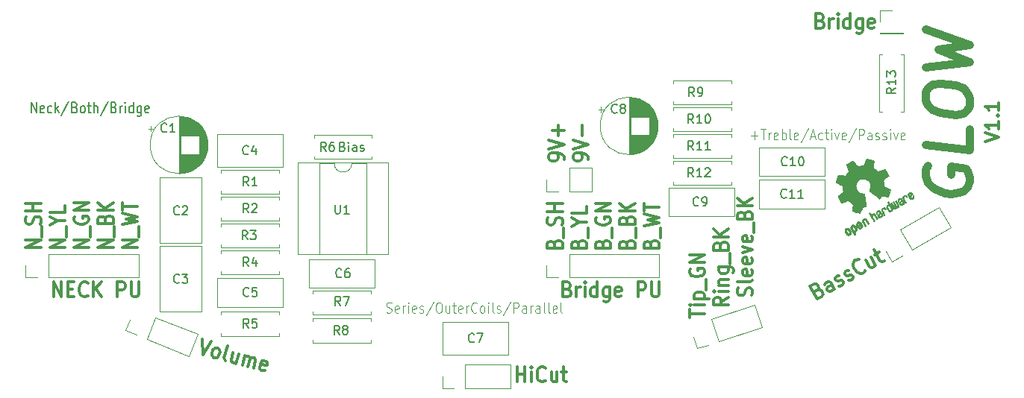
<source format=gbr>
%TF.GenerationSoftware,KiCad,Pcbnew,6.0.4-6f826c9f35~116~ubuntu20.04.1*%
%TF.CreationDate,2022-04-10T21:58:52+02:00*%
%TF.ProjectId,preamp,70726561-6d70-42e6-9b69-6361645f7063,A*%
%TF.SameCoordinates,Original*%
%TF.FileFunction,Legend,Top*%
%TF.FilePolarity,Positive*%
%FSLAX46Y46*%
G04 Gerber Fmt 4.6, Leading zero omitted, Abs format (unit mm)*
G04 Created by KiCad (PCBNEW 6.0.4-6f826c9f35~116~ubuntu20.04.1) date 2022-04-10 21:58:52*
%MOMM*%
%LPD*%
G01*
G04 APERTURE LIST*
%ADD10C,0.300000*%
%ADD11C,0.150000*%
%ADD12C,0.125000*%
%ADD13C,0.900000*%
%ADD14C,0.120000*%
%ADD15C,0.010000*%
G04 APERTURE END LIST*
D10*
X39931666Y-123451047D02*
X39931666Y-121751047D01*
X40811666Y-123451047D01*
X40811666Y-121751047D01*
X41545000Y-122560571D02*
X42058333Y-122560571D01*
X42278333Y-123451047D02*
X41545000Y-123451047D01*
X41545000Y-121751047D01*
X42278333Y-121751047D01*
X43818333Y-123289142D02*
X43745000Y-123370095D01*
X43525000Y-123451047D01*
X43378333Y-123451047D01*
X43158333Y-123370095D01*
X43011666Y-123208190D01*
X42938333Y-123046285D01*
X42865000Y-122722476D01*
X42865000Y-122479619D01*
X42938333Y-122155809D01*
X43011666Y-121993904D01*
X43158333Y-121832000D01*
X43378333Y-121751047D01*
X43525000Y-121751047D01*
X43745000Y-121832000D01*
X43818333Y-121912952D01*
X44478333Y-123451047D02*
X44478333Y-121751047D01*
X45358333Y-123451047D02*
X44698333Y-122479619D01*
X45358333Y-121751047D02*
X44478333Y-122722476D01*
X47191666Y-123451047D02*
X47191666Y-121751047D01*
X47778333Y-121751047D01*
X47925000Y-121832000D01*
X47998333Y-121912952D01*
X48071666Y-122074857D01*
X48071666Y-122317714D01*
X47998333Y-122479619D01*
X47925000Y-122560571D01*
X47778333Y-122641523D01*
X47191666Y-122641523D01*
X48731666Y-121751047D02*
X48731666Y-123127238D01*
X48805000Y-123289142D01*
X48878333Y-123370095D01*
X49025000Y-123451047D01*
X49318333Y-123451047D01*
X49465000Y-123370095D01*
X49538333Y-123289142D01*
X49611666Y-123127238D01*
X49611666Y-121751047D01*
X98230000Y-122560571D02*
X98450000Y-122641523D01*
X98523333Y-122722476D01*
X98596666Y-122884380D01*
X98596666Y-123127238D01*
X98523333Y-123289142D01*
X98450000Y-123370095D01*
X98303333Y-123451047D01*
X97716666Y-123451047D01*
X97716666Y-121751047D01*
X98230000Y-121751047D01*
X98376666Y-121832000D01*
X98450000Y-121912952D01*
X98523333Y-122074857D01*
X98523333Y-122236761D01*
X98450000Y-122398666D01*
X98376666Y-122479619D01*
X98230000Y-122560571D01*
X97716666Y-122560571D01*
X99256666Y-123451047D02*
X99256666Y-122317714D01*
X99256666Y-122641523D02*
X99330000Y-122479619D01*
X99403333Y-122398666D01*
X99550000Y-122317714D01*
X99696666Y-122317714D01*
X100210000Y-123451047D02*
X100210000Y-122317714D01*
X100210000Y-121751047D02*
X100136666Y-121832000D01*
X100210000Y-121912952D01*
X100283333Y-121832000D01*
X100210000Y-121751047D01*
X100210000Y-121912952D01*
X101603333Y-123451047D02*
X101603333Y-121751047D01*
X101603333Y-123370095D02*
X101456666Y-123451047D01*
X101163333Y-123451047D01*
X101016666Y-123370095D01*
X100943333Y-123289142D01*
X100870000Y-123127238D01*
X100870000Y-122641523D01*
X100943333Y-122479619D01*
X101016666Y-122398666D01*
X101163333Y-122317714D01*
X101456666Y-122317714D01*
X101603333Y-122398666D01*
X102996666Y-122317714D02*
X102996666Y-123693904D01*
X102923333Y-123855809D01*
X102850000Y-123936761D01*
X102703333Y-124017714D01*
X102483333Y-124017714D01*
X102336666Y-123936761D01*
X102996666Y-123370095D02*
X102850000Y-123451047D01*
X102556666Y-123451047D01*
X102410000Y-123370095D01*
X102336666Y-123289142D01*
X102263333Y-123127238D01*
X102263333Y-122641523D01*
X102336666Y-122479619D01*
X102410000Y-122398666D01*
X102556666Y-122317714D01*
X102850000Y-122317714D01*
X102996666Y-122398666D01*
X104316666Y-123370095D02*
X104170000Y-123451047D01*
X103876666Y-123451047D01*
X103730000Y-123370095D01*
X103656666Y-123208190D01*
X103656666Y-122560571D01*
X103730000Y-122398666D01*
X103876666Y-122317714D01*
X104170000Y-122317714D01*
X104316666Y-122398666D01*
X104390000Y-122560571D01*
X104390000Y-122722476D01*
X103656666Y-122884380D01*
X106223333Y-123451047D02*
X106223333Y-121751047D01*
X106810000Y-121751047D01*
X106956666Y-121832000D01*
X107030000Y-121912952D01*
X107103333Y-122074857D01*
X107103333Y-122317714D01*
X107030000Y-122479619D01*
X106956666Y-122560571D01*
X106810000Y-122641523D01*
X106223333Y-122641523D01*
X107763333Y-121751047D02*
X107763333Y-123127238D01*
X107836666Y-123289142D01*
X107910000Y-123370095D01*
X108056666Y-123451047D01*
X108350000Y-123451047D01*
X108496666Y-123370095D01*
X108570000Y-123289142D01*
X108643333Y-123127238D01*
X108643333Y-121751047D01*
X56831972Y-128221198D02*
X56887822Y-129996133D01*
X57823656Y-128486919D01*
X58092009Y-130318794D02*
X57971292Y-130202640D01*
X57921410Y-130105466D01*
X57892479Y-129930098D01*
X58018191Y-129460934D01*
X58130930Y-129323526D01*
X58222717Y-129264312D01*
X58385338Y-129224078D01*
X58597841Y-129281018D01*
X58718558Y-129397172D01*
X58768441Y-129494346D01*
X58797372Y-129669714D01*
X58671659Y-130138878D01*
X58558921Y-130276286D01*
X58467134Y-130335500D01*
X58304513Y-130375734D01*
X58092009Y-130318794D01*
X59437866Y-130679415D02*
X59317149Y-130563261D01*
X59288218Y-130387893D01*
X59665355Y-128980401D01*
X60935382Y-129907360D02*
X60642054Y-131002076D01*
X60297871Y-129736540D02*
X60067399Y-130596674D01*
X60096329Y-130772042D01*
X60217046Y-130888196D01*
X60429550Y-130945136D01*
X60592171Y-130904902D01*
X60683958Y-130845688D01*
X61350399Y-131191877D02*
X61643727Y-130097161D01*
X61601823Y-130253549D02*
X61693610Y-130194335D01*
X61856231Y-130154101D01*
X62068735Y-130211041D01*
X62189452Y-130327195D01*
X62218382Y-130502563D01*
X61987910Y-131362697D01*
X62218382Y-130502563D02*
X62331121Y-130365155D01*
X62493742Y-130324922D01*
X62706246Y-130381862D01*
X62826963Y-130498016D01*
X62855894Y-130673384D01*
X62625421Y-131533518D01*
X63921395Y-131796965D02*
X63758774Y-131837199D01*
X63475436Y-131761279D01*
X63354719Y-131645125D01*
X63325788Y-131469756D01*
X63493405Y-130844204D01*
X63606143Y-130706797D01*
X63768764Y-130666563D01*
X64052103Y-130742483D01*
X64172820Y-130858637D01*
X64201750Y-131034005D01*
X64159846Y-131190393D01*
X63409596Y-131156980D01*
X112057547Y-125769333D02*
X112057547Y-124889333D01*
X113757547Y-125329333D02*
X112057547Y-125329333D01*
X113757547Y-124376000D02*
X112624214Y-124376000D01*
X112057547Y-124376000D02*
X112138500Y-124449333D01*
X112219452Y-124376000D01*
X112138500Y-124302666D01*
X112057547Y-124376000D01*
X112219452Y-124376000D01*
X112624214Y-123642666D02*
X114324214Y-123642666D01*
X112705166Y-123642666D02*
X112624214Y-123496000D01*
X112624214Y-123202666D01*
X112705166Y-123056000D01*
X112786119Y-122982666D01*
X112948023Y-122909333D01*
X113433738Y-122909333D01*
X113595642Y-122982666D01*
X113676595Y-123056000D01*
X113757547Y-123202666D01*
X113757547Y-123496000D01*
X113676595Y-123642666D01*
X113919452Y-122616000D02*
X113919452Y-121442666D01*
X112138500Y-120269333D02*
X112057547Y-120416000D01*
X112057547Y-120636000D01*
X112138500Y-120856000D01*
X112300404Y-121002666D01*
X112462309Y-121076000D01*
X112786119Y-121149333D01*
X113028976Y-121149333D01*
X113352785Y-121076000D01*
X113514690Y-121002666D01*
X113676595Y-120856000D01*
X113757547Y-120636000D01*
X113757547Y-120489333D01*
X113676595Y-120269333D01*
X113595642Y-120196000D01*
X113028976Y-120196000D01*
X113028976Y-120489333D01*
X113757547Y-119536000D02*
X112057547Y-119536000D01*
X113757547Y-118656000D01*
X112057547Y-118656000D01*
X116494547Y-123496000D02*
X115685023Y-124009333D01*
X116494547Y-124376000D02*
X114794547Y-124376000D01*
X114794547Y-123789333D01*
X114875500Y-123642666D01*
X114956452Y-123569333D01*
X115118357Y-123496000D01*
X115361214Y-123496000D01*
X115523119Y-123569333D01*
X115604071Y-123642666D01*
X115685023Y-123789333D01*
X115685023Y-124376000D01*
X116494547Y-122836000D02*
X115361214Y-122836000D01*
X114794547Y-122836000D02*
X114875500Y-122909333D01*
X114956452Y-122836000D01*
X114875500Y-122762666D01*
X114794547Y-122836000D01*
X114956452Y-122836000D01*
X115361214Y-122102666D02*
X116494547Y-122102666D01*
X115523119Y-122102666D02*
X115442166Y-122029333D01*
X115361214Y-121882666D01*
X115361214Y-121662666D01*
X115442166Y-121516000D01*
X115604071Y-121442666D01*
X116494547Y-121442666D01*
X115361214Y-120049333D02*
X116737404Y-120049333D01*
X116899309Y-120122666D01*
X116980261Y-120196000D01*
X117061214Y-120342666D01*
X117061214Y-120562666D01*
X116980261Y-120709333D01*
X116413595Y-120049333D02*
X116494547Y-120196000D01*
X116494547Y-120489333D01*
X116413595Y-120636000D01*
X116332642Y-120709333D01*
X116170738Y-120782666D01*
X115685023Y-120782666D01*
X115523119Y-120709333D01*
X115442166Y-120636000D01*
X115361214Y-120489333D01*
X115361214Y-120196000D01*
X115442166Y-120049333D01*
X116656452Y-119682666D02*
X116656452Y-118509333D01*
X115604071Y-117629333D02*
X115685023Y-117409333D01*
X115765976Y-117336000D01*
X115927880Y-117262666D01*
X116170738Y-117262666D01*
X116332642Y-117336000D01*
X116413595Y-117409333D01*
X116494547Y-117556000D01*
X116494547Y-118142666D01*
X114794547Y-118142666D01*
X114794547Y-117629333D01*
X114875500Y-117482666D01*
X114956452Y-117409333D01*
X115118357Y-117336000D01*
X115280261Y-117336000D01*
X115442166Y-117409333D01*
X115523119Y-117482666D01*
X115604071Y-117629333D01*
X115604071Y-118142666D01*
X116494547Y-116602666D02*
X114794547Y-116602666D01*
X116494547Y-115722666D02*
X115523119Y-116382666D01*
X114794547Y-115722666D02*
X115765976Y-116602666D01*
X119150595Y-123276000D02*
X119231547Y-123056000D01*
X119231547Y-122689333D01*
X119150595Y-122542666D01*
X119069642Y-122469333D01*
X118907738Y-122396000D01*
X118745833Y-122396000D01*
X118583928Y-122469333D01*
X118502976Y-122542666D01*
X118422023Y-122689333D01*
X118341071Y-122982666D01*
X118260119Y-123129333D01*
X118179166Y-123202666D01*
X118017261Y-123276000D01*
X117855357Y-123276000D01*
X117693452Y-123202666D01*
X117612500Y-123129333D01*
X117531547Y-122982666D01*
X117531547Y-122616000D01*
X117612500Y-122396000D01*
X119231547Y-121516000D02*
X119150595Y-121662666D01*
X118988690Y-121736000D01*
X117531547Y-121736000D01*
X119150595Y-120342666D02*
X119231547Y-120489333D01*
X119231547Y-120782666D01*
X119150595Y-120929333D01*
X118988690Y-121002666D01*
X118341071Y-121002666D01*
X118179166Y-120929333D01*
X118098214Y-120782666D01*
X118098214Y-120489333D01*
X118179166Y-120342666D01*
X118341071Y-120269333D01*
X118502976Y-120269333D01*
X118664880Y-121002666D01*
X119150595Y-119022666D02*
X119231547Y-119169333D01*
X119231547Y-119462666D01*
X119150595Y-119609333D01*
X118988690Y-119682666D01*
X118341071Y-119682666D01*
X118179166Y-119609333D01*
X118098214Y-119462666D01*
X118098214Y-119169333D01*
X118179166Y-119022666D01*
X118341071Y-118949333D01*
X118502976Y-118949333D01*
X118664880Y-119682666D01*
X118098214Y-118436000D02*
X119231547Y-118069333D01*
X118098214Y-117702666D01*
X119150595Y-116529333D02*
X119231547Y-116676000D01*
X119231547Y-116969333D01*
X119150595Y-117116000D01*
X118988690Y-117189333D01*
X118341071Y-117189333D01*
X118179166Y-117116000D01*
X118098214Y-116969333D01*
X118098214Y-116676000D01*
X118179166Y-116529333D01*
X118341071Y-116456000D01*
X118502976Y-116456000D01*
X118664880Y-117189333D01*
X119393452Y-116162666D02*
X119393452Y-114989333D01*
X118341071Y-114109333D02*
X118422023Y-113889333D01*
X118502976Y-113816000D01*
X118664880Y-113742666D01*
X118907738Y-113742666D01*
X119069642Y-113816000D01*
X119150595Y-113889333D01*
X119231547Y-114036000D01*
X119231547Y-114622666D01*
X117531547Y-114622666D01*
X117531547Y-114109333D01*
X117612500Y-113962666D01*
X117693452Y-113889333D01*
X117855357Y-113816000D01*
X118017261Y-113816000D01*
X118179166Y-113889333D01*
X118260119Y-113962666D01*
X118341071Y-114109333D01*
X118341071Y-114622666D01*
X119231547Y-113082666D02*
X117531547Y-113082666D01*
X119231547Y-112202666D02*
X118260119Y-112862666D01*
X117531547Y-112202666D02*
X118502976Y-113082666D01*
X96766571Y-117416000D02*
X96847523Y-117196000D01*
X96928476Y-117122666D01*
X97090380Y-117049333D01*
X97333238Y-117049333D01*
X97495142Y-117122666D01*
X97576095Y-117196000D01*
X97657047Y-117342666D01*
X97657047Y-117929333D01*
X95957047Y-117929333D01*
X95957047Y-117416000D01*
X96038000Y-117269333D01*
X96118952Y-117196000D01*
X96280857Y-117122666D01*
X96442761Y-117122666D01*
X96604666Y-117196000D01*
X96685619Y-117269333D01*
X96766571Y-117416000D01*
X96766571Y-117929333D01*
X97818952Y-116756000D02*
X97818952Y-115582666D01*
X97576095Y-115289333D02*
X97657047Y-115069333D01*
X97657047Y-114702666D01*
X97576095Y-114556000D01*
X97495142Y-114482666D01*
X97333238Y-114409333D01*
X97171333Y-114409333D01*
X97009428Y-114482666D01*
X96928476Y-114556000D01*
X96847523Y-114702666D01*
X96766571Y-114996000D01*
X96685619Y-115142666D01*
X96604666Y-115216000D01*
X96442761Y-115289333D01*
X96280857Y-115289333D01*
X96118952Y-115216000D01*
X96038000Y-115142666D01*
X95957047Y-114996000D01*
X95957047Y-114629333D01*
X96038000Y-114409333D01*
X97657047Y-113749333D02*
X95957047Y-113749333D01*
X96766571Y-113749333D02*
X96766571Y-112869333D01*
X97657047Y-112869333D02*
X95957047Y-112869333D01*
X99503571Y-117416000D02*
X99584523Y-117196000D01*
X99665476Y-117122666D01*
X99827380Y-117049333D01*
X100070238Y-117049333D01*
X100232142Y-117122666D01*
X100313095Y-117196000D01*
X100394047Y-117342666D01*
X100394047Y-117929333D01*
X98694047Y-117929333D01*
X98694047Y-117416000D01*
X98775000Y-117269333D01*
X98855952Y-117196000D01*
X99017857Y-117122666D01*
X99179761Y-117122666D01*
X99341666Y-117196000D01*
X99422619Y-117269333D01*
X99503571Y-117416000D01*
X99503571Y-117929333D01*
X100555952Y-116756000D02*
X100555952Y-115582666D01*
X99584523Y-114922666D02*
X100394047Y-114922666D01*
X98694047Y-115436000D02*
X99584523Y-114922666D01*
X98694047Y-114409333D01*
X100394047Y-113162666D02*
X100394047Y-113896000D01*
X98694047Y-113896000D01*
X102240571Y-117416000D02*
X102321523Y-117196000D01*
X102402476Y-117122666D01*
X102564380Y-117049333D01*
X102807238Y-117049333D01*
X102969142Y-117122666D01*
X103050095Y-117196000D01*
X103131047Y-117342666D01*
X103131047Y-117929333D01*
X101431047Y-117929333D01*
X101431047Y-117416000D01*
X101512000Y-117269333D01*
X101592952Y-117196000D01*
X101754857Y-117122666D01*
X101916761Y-117122666D01*
X102078666Y-117196000D01*
X102159619Y-117269333D01*
X102240571Y-117416000D01*
X102240571Y-117929333D01*
X103292952Y-116756000D02*
X103292952Y-115582666D01*
X101512000Y-114409333D02*
X101431047Y-114556000D01*
X101431047Y-114776000D01*
X101512000Y-114996000D01*
X101673904Y-115142666D01*
X101835809Y-115216000D01*
X102159619Y-115289333D01*
X102402476Y-115289333D01*
X102726285Y-115216000D01*
X102888190Y-115142666D01*
X103050095Y-114996000D01*
X103131047Y-114776000D01*
X103131047Y-114629333D01*
X103050095Y-114409333D01*
X102969142Y-114336000D01*
X102402476Y-114336000D01*
X102402476Y-114629333D01*
X103131047Y-113676000D02*
X101431047Y-113676000D01*
X103131047Y-112796000D01*
X101431047Y-112796000D01*
X104977571Y-117416000D02*
X105058523Y-117196000D01*
X105139476Y-117122666D01*
X105301380Y-117049333D01*
X105544238Y-117049333D01*
X105706142Y-117122666D01*
X105787095Y-117196000D01*
X105868047Y-117342666D01*
X105868047Y-117929333D01*
X104168047Y-117929333D01*
X104168047Y-117416000D01*
X104249000Y-117269333D01*
X104329952Y-117196000D01*
X104491857Y-117122666D01*
X104653761Y-117122666D01*
X104815666Y-117196000D01*
X104896619Y-117269333D01*
X104977571Y-117416000D01*
X104977571Y-117929333D01*
X106029952Y-116756000D02*
X106029952Y-115582666D01*
X104977571Y-114702666D02*
X105058523Y-114482666D01*
X105139476Y-114409333D01*
X105301380Y-114336000D01*
X105544238Y-114336000D01*
X105706142Y-114409333D01*
X105787095Y-114482666D01*
X105868047Y-114629333D01*
X105868047Y-115216000D01*
X104168047Y-115216000D01*
X104168047Y-114702666D01*
X104249000Y-114556000D01*
X104329952Y-114482666D01*
X104491857Y-114409333D01*
X104653761Y-114409333D01*
X104815666Y-114482666D01*
X104896619Y-114556000D01*
X104977571Y-114702666D01*
X104977571Y-115216000D01*
X105868047Y-113676000D02*
X104168047Y-113676000D01*
X105868047Y-112796000D02*
X104896619Y-113456000D01*
X104168047Y-112796000D02*
X105139476Y-113676000D01*
X107714571Y-117416000D02*
X107795523Y-117196000D01*
X107876476Y-117122666D01*
X108038380Y-117049333D01*
X108281238Y-117049333D01*
X108443142Y-117122666D01*
X108524095Y-117196000D01*
X108605047Y-117342666D01*
X108605047Y-117929333D01*
X106905047Y-117929333D01*
X106905047Y-117416000D01*
X106986000Y-117269333D01*
X107066952Y-117196000D01*
X107228857Y-117122666D01*
X107390761Y-117122666D01*
X107552666Y-117196000D01*
X107633619Y-117269333D01*
X107714571Y-117416000D01*
X107714571Y-117929333D01*
X108766952Y-116756000D02*
X108766952Y-115582666D01*
X106905047Y-115362666D02*
X108605047Y-114996000D01*
X107390761Y-114702666D01*
X108605047Y-114409333D01*
X106905047Y-114042666D01*
X106905047Y-113676000D02*
X106905047Y-112796000D01*
X108605047Y-113236000D02*
X106905047Y-113236000D01*
D11*
X72721452Y-106354571D02*
X72864309Y-106402190D01*
X72911928Y-106449809D01*
X72959547Y-106545047D01*
X72959547Y-106687904D01*
X72911928Y-106783142D01*
X72864309Y-106830761D01*
X72769071Y-106878380D01*
X72388119Y-106878380D01*
X72388119Y-105878380D01*
X72721452Y-105878380D01*
X72816690Y-105926000D01*
X72864309Y-105973619D01*
X72911928Y-106068857D01*
X72911928Y-106164095D01*
X72864309Y-106259333D01*
X72816690Y-106306952D01*
X72721452Y-106354571D01*
X72388119Y-106354571D01*
X73388119Y-106878380D02*
X73388119Y-106211714D01*
X73388119Y-105878380D02*
X73340500Y-105926000D01*
X73388119Y-105973619D01*
X73435738Y-105926000D01*
X73388119Y-105878380D01*
X73388119Y-105973619D01*
X74292880Y-106878380D02*
X74292880Y-106354571D01*
X74245261Y-106259333D01*
X74150023Y-106211714D01*
X73959547Y-106211714D01*
X73864309Y-106259333D01*
X74292880Y-106830761D02*
X74197642Y-106878380D01*
X73959547Y-106878380D01*
X73864309Y-106830761D01*
X73816690Y-106735523D01*
X73816690Y-106640285D01*
X73864309Y-106545047D01*
X73959547Y-106497428D01*
X74197642Y-106497428D01*
X74292880Y-106449809D01*
X74721452Y-106830761D02*
X74816690Y-106878380D01*
X75007166Y-106878380D01*
X75102404Y-106830761D01*
X75150023Y-106735523D01*
X75150023Y-106687904D01*
X75102404Y-106592666D01*
X75007166Y-106545047D01*
X74864309Y-106545047D01*
X74769071Y-106497428D01*
X74721452Y-106402190D01*
X74721452Y-106354571D01*
X74769071Y-106259333D01*
X74864309Y-106211714D01*
X75007166Y-106211714D01*
X75102404Y-106259333D01*
X37402333Y-102523857D02*
X37402333Y-101323857D01*
X37973761Y-102523857D01*
X37973761Y-101323857D01*
X38830904Y-102466714D02*
X38735666Y-102523857D01*
X38545190Y-102523857D01*
X38449952Y-102466714D01*
X38402333Y-102352428D01*
X38402333Y-101895285D01*
X38449952Y-101781000D01*
X38545190Y-101723857D01*
X38735666Y-101723857D01*
X38830904Y-101781000D01*
X38878523Y-101895285D01*
X38878523Y-102009571D01*
X38402333Y-102123857D01*
X39735666Y-102466714D02*
X39640428Y-102523857D01*
X39449952Y-102523857D01*
X39354714Y-102466714D01*
X39307095Y-102409571D01*
X39259476Y-102295285D01*
X39259476Y-101952428D01*
X39307095Y-101838142D01*
X39354714Y-101781000D01*
X39449952Y-101723857D01*
X39640428Y-101723857D01*
X39735666Y-101781000D01*
X40164238Y-102523857D02*
X40164238Y-101323857D01*
X40259476Y-102066714D02*
X40545190Y-102523857D01*
X40545190Y-101723857D02*
X40164238Y-102181000D01*
X41688047Y-101266714D02*
X40830904Y-102809571D01*
X42354714Y-101895285D02*
X42497571Y-101952428D01*
X42545190Y-102009571D01*
X42592809Y-102123857D01*
X42592809Y-102295285D01*
X42545190Y-102409571D01*
X42497571Y-102466714D01*
X42402333Y-102523857D01*
X42021380Y-102523857D01*
X42021380Y-101323857D01*
X42354714Y-101323857D01*
X42449952Y-101381000D01*
X42497571Y-101438142D01*
X42545190Y-101552428D01*
X42545190Y-101666714D01*
X42497571Y-101781000D01*
X42449952Y-101838142D01*
X42354714Y-101895285D01*
X42021380Y-101895285D01*
X43164238Y-102523857D02*
X43069000Y-102466714D01*
X43021380Y-102409571D01*
X42973761Y-102295285D01*
X42973761Y-101952428D01*
X43021380Y-101838142D01*
X43069000Y-101781000D01*
X43164238Y-101723857D01*
X43307095Y-101723857D01*
X43402333Y-101781000D01*
X43449952Y-101838142D01*
X43497571Y-101952428D01*
X43497571Y-102295285D01*
X43449952Y-102409571D01*
X43402333Y-102466714D01*
X43307095Y-102523857D01*
X43164238Y-102523857D01*
X43783285Y-101723857D02*
X44164238Y-101723857D01*
X43926142Y-101323857D02*
X43926142Y-102352428D01*
X43973761Y-102466714D01*
X44069000Y-102523857D01*
X44164238Y-102523857D01*
X44497571Y-102523857D02*
X44497571Y-101323857D01*
X44926142Y-102523857D02*
X44926142Y-101895285D01*
X44878523Y-101781000D01*
X44783285Y-101723857D01*
X44640428Y-101723857D01*
X44545190Y-101781000D01*
X44497571Y-101838142D01*
X46116619Y-101266714D02*
X45259476Y-102809571D01*
X46783285Y-101895285D02*
X46926142Y-101952428D01*
X46973761Y-102009571D01*
X47021380Y-102123857D01*
X47021380Y-102295285D01*
X46973761Y-102409571D01*
X46926142Y-102466714D01*
X46830904Y-102523857D01*
X46449952Y-102523857D01*
X46449952Y-101323857D01*
X46783285Y-101323857D01*
X46878523Y-101381000D01*
X46926142Y-101438142D01*
X46973761Y-101552428D01*
X46973761Y-101666714D01*
X46926142Y-101781000D01*
X46878523Y-101838142D01*
X46783285Y-101895285D01*
X46449952Y-101895285D01*
X47449952Y-102523857D02*
X47449952Y-101723857D01*
X47449952Y-101952428D02*
X47497571Y-101838142D01*
X47545190Y-101781000D01*
X47640428Y-101723857D01*
X47735666Y-101723857D01*
X48069000Y-102523857D02*
X48069000Y-101723857D01*
X48069000Y-101323857D02*
X48021380Y-101381000D01*
X48069000Y-101438142D01*
X48116619Y-101381000D01*
X48069000Y-101323857D01*
X48069000Y-101438142D01*
X48973761Y-102523857D02*
X48973761Y-101323857D01*
X48973761Y-102466714D02*
X48878523Y-102523857D01*
X48688047Y-102523857D01*
X48592809Y-102466714D01*
X48545190Y-102409571D01*
X48497571Y-102295285D01*
X48497571Y-101952428D01*
X48545190Y-101838142D01*
X48592809Y-101781000D01*
X48688047Y-101723857D01*
X48878523Y-101723857D01*
X48973761Y-101781000D01*
X49878523Y-101723857D02*
X49878523Y-102695285D01*
X49830904Y-102809571D01*
X49783285Y-102866714D01*
X49688047Y-102923857D01*
X49545190Y-102923857D01*
X49449952Y-102866714D01*
X49878523Y-102466714D02*
X49783285Y-102523857D01*
X49592809Y-102523857D01*
X49497571Y-102466714D01*
X49449952Y-102409571D01*
X49402333Y-102295285D01*
X49402333Y-101952428D01*
X49449952Y-101838142D01*
X49497571Y-101781000D01*
X49592809Y-101723857D01*
X49783285Y-101723857D01*
X49878523Y-101781000D01*
X50735666Y-102466714D02*
X50640428Y-102523857D01*
X50449952Y-102523857D01*
X50354714Y-102466714D01*
X50307095Y-102352428D01*
X50307095Y-101895285D01*
X50354714Y-101781000D01*
X50449952Y-101723857D01*
X50640428Y-101723857D01*
X50735666Y-101781000D01*
X50783285Y-101895285D01*
X50783285Y-102009571D01*
X50307095Y-102123857D01*
D10*
X126600263Y-122674339D02*
X126831264Y-122634446D01*
X126935249Y-122667886D01*
X127079710Y-122771433D01*
X127201139Y-122981754D01*
X127218582Y-123158634D01*
X127195550Y-123265407D01*
X127109009Y-123408848D01*
X126600941Y-123702181D01*
X125750941Y-122229938D01*
X126195501Y-121973271D01*
X126362994Y-121970045D01*
X126466979Y-122003485D01*
X126611439Y-122107032D01*
X126692392Y-122247245D01*
X126709836Y-122424126D01*
X126686803Y-122530899D01*
X126600263Y-122674339D01*
X126155703Y-122931006D01*
X128506197Y-122602181D02*
X128060959Y-121831006D01*
X127916498Y-121727459D01*
X127749005Y-121730685D01*
X127494970Y-121877352D01*
X127408430Y-122020792D01*
X128465721Y-122532074D02*
X128379180Y-122675514D01*
X128061637Y-122858848D01*
X127894144Y-122862074D01*
X127749683Y-122758527D01*
X127668731Y-122618314D01*
X127651287Y-122441433D01*
X127737828Y-122297993D01*
X128055370Y-122114660D01*
X128141911Y-121971220D01*
X129037297Y-122202074D02*
X129204791Y-122198848D01*
X129458825Y-122052181D01*
X129545366Y-121908741D01*
X129527922Y-121731860D01*
X129487446Y-121661754D01*
X129342985Y-121558207D01*
X129175491Y-121561433D01*
X128984966Y-121671433D01*
X128817473Y-121674660D01*
X128673012Y-121571113D01*
X128632535Y-121501006D01*
X128615092Y-121324126D01*
X128701632Y-121180685D01*
X128892158Y-121070685D01*
X129059651Y-121067459D01*
X130116942Y-121578741D02*
X130284436Y-121575514D01*
X130538470Y-121428848D01*
X130625011Y-121285407D01*
X130607567Y-121108527D01*
X130567091Y-121038420D01*
X130422630Y-120934873D01*
X130255136Y-120938100D01*
X130064611Y-121048100D01*
X129897118Y-121051326D01*
X129752657Y-120947779D01*
X129712180Y-120877673D01*
X129694737Y-120700792D01*
X129781277Y-120557352D01*
X129971803Y-120447352D01*
X130139296Y-120444126D01*
X131981722Y-120408634D02*
X131958690Y-120515407D01*
X131808640Y-120695514D01*
X131681623Y-120768848D01*
X131450622Y-120808741D01*
X131242652Y-120741860D01*
X131098191Y-120638314D01*
X130872778Y-120394553D01*
X130751349Y-120184232D01*
X130652953Y-119867139D01*
X130635509Y-119690258D01*
X130681574Y-119476711D01*
X130831623Y-119296604D01*
X130958640Y-119223271D01*
X131189642Y-119183378D01*
X131293627Y-119216818D01*
X132639161Y-118907352D02*
X133205828Y-119888848D01*
X132067585Y-119237352D02*
X132512823Y-120008527D01*
X132657284Y-120112074D01*
X132824777Y-120108848D01*
X133015302Y-119998848D01*
X133101843Y-119855407D01*
X133124876Y-119748634D01*
X133083721Y-118650685D02*
X133591789Y-118357352D01*
X132990913Y-118049938D02*
X133719485Y-119311860D01*
X133863946Y-119415407D01*
X134031439Y-119412181D01*
X134158456Y-119338848D01*
D12*
X119071523Y-105114714D02*
X119833428Y-105114714D01*
X119452476Y-105571857D02*
X119452476Y-104657571D01*
X120166761Y-104371857D02*
X120738190Y-104371857D01*
X120452476Y-105571857D02*
X120452476Y-104371857D01*
X121071523Y-105571857D02*
X121071523Y-104771857D01*
X121071523Y-105000428D02*
X121119142Y-104886142D01*
X121166761Y-104829000D01*
X121262000Y-104771857D01*
X121357238Y-104771857D01*
X122071523Y-105514714D02*
X121976285Y-105571857D01*
X121785809Y-105571857D01*
X121690571Y-105514714D01*
X121642952Y-105400428D01*
X121642952Y-104943285D01*
X121690571Y-104829000D01*
X121785809Y-104771857D01*
X121976285Y-104771857D01*
X122071523Y-104829000D01*
X122119142Y-104943285D01*
X122119142Y-105057571D01*
X121642952Y-105171857D01*
X122547714Y-105571857D02*
X122547714Y-104371857D01*
X122547714Y-104829000D02*
X122642952Y-104771857D01*
X122833428Y-104771857D01*
X122928666Y-104829000D01*
X122976285Y-104886142D01*
X123023904Y-105000428D01*
X123023904Y-105343285D01*
X122976285Y-105457571D01*
X122928666Y-105514714D01*
X122833428Y-105571857D01*
X122642952Y-105571857D01*
X122547714Y-105514714D01*
X123595333Y-105571857D02*
X123500095Y-105514714D01*
X123452476Y-105400428D01*
X123452476Y-104371857D01*
X124357238Y-105514714D02*
X124262000Y-105571857D01*
X124071523Y-105571857D01*
X123976285Y-105514714D01*
X123928666Y-105400428D01*
X123928666Y-104943285D01*
X123976285Y-104829000D01*
X124071523Y-104771857D01*
X124262000Y-104771857D01*
X124357238Y-104829000D01*
X124404857Y-104943285D01*
X124404857Y-105057571D01*
X123928666Y-105171857D01*
X125547714Y-104314714D02*
X124690571Y-105857571D01*
X125833428Y-105229000D02*
X126309619Y-105229000D01*
X125738190Y-105571857D02*
X126071523Y-104371857D01*
X126404857Y-105571857D01*
X127166761Y-105514714D02*
X127071523Y-105571857D01*
X126881047Y-105571857D01*
X126785809Y-105514714D01*
X126738190Y-105457571D01*
X126690571Y-105343285D01*
X126690571Y-105000428D01*
X126738190Y-104886142D01*
X126785809Y-104829000D01*
X126881047Y-104771857D01*
X127071523Y-104771857D01*
X127166761Y-104829000D01*
X127452476Y-104771857D02*
X127833428Y-104771857D01*
X127595333Y-104371857D02*
X127595333Y-105400428D01*
X127642952Y-105514714D01*
X127738190Y-105571857D01*
X127833428Y-105571857D01*
X128166761Y-105571857D02*
X128166761Y-104771857D01*
X128166761Y-104371857D02*
X128119142Y-104429000D01*
X128166761Y-104486142D01*
X128214380Y-104429000D01*
X128166761Y-104371857D01*
X128166761Y-104486142D01*
X128547714Y-104771857D02*
X128785809Y-105571857D01*
X129023904Y-104771857D01*
X129785809Y-105514714D02*
X129690571Y-105571857D01*
X129500095Y-105571857D01*
X129404857Y-105514714D01*
X129357238Y-105400428D01*
X129357238Y-104943285D01*
X129404857Y-104829000D01*
X129500095Y-104771857D01*
X129690571Y-104771857D01*
X129785809Y-104829000D01*
X129833428Y-104943285D01*
X129833428Y-105057571D01*
X129357238Y-105171857D01*
X130976285Y-104314714D02*
X130119142Y-105857571D01*
X131309619Y-105571857D02*
X131309619Y-104371857D01*
X131690571Y-104371857D01*
X131785809Y-104429000D01*
X131833428Y-104486142D01*
X131881047Y-104600428D01*
X131881047Y-104771857D01*
X131833428Y-104886142D01*
X131785809Y-104943285D01*
X131690571Y-105000428D01*
X131309619Y-105000428D01*
X132738190Y-105571857D02*
X132738190Y-104943285D01*
X132690571Y-104829000D01*
X132595333Y-104771857D01*
X132404857Y-104771857D01*
X132309619Y-104829000D01*
X132738190Y-105514714D02*
X132642952Y-105571857D01*
X132404857Y-105571857D01*
X132309619Y-105514714D01*
X132261999Y-105400428D01*
X132261999Y-105286142D01*
X132309619Y-105171857D01*
X132404857Y-105114714D01*
X132642952Y-105114714D01*
X132738190Y-105057571D01*
X133166761Y-105514714D02*
X133261999Y-105571857D01*
X133452476Y-105571857D01*
X133547714Y-105514714D01*
X133595333Y-105400428D01*
X133595333Y-105343285D01*
X133547714Y-105229000D01*
X133452476Y-105171857D01*
X133309619Y-105171857D01*
X133214380Y-105114714D01*
X133166761Y-105000428D01*
X133166761Y-104943285D01*
X133214380Y-104829000D01*
X133309619Y-104771857D01*
X133452476Y-104771857D01*
X133547714Y-104829000D01*
X133976285Y-105514714D02*
X134071523Y-105571857D01*
X134262000Y-105571857D01*
X134357238Y-105514714D01*
X134404857Y-105400428D01*
X134404857Y-105343285D01*
X134357238Y-105229000D01*
X134262000Y-105171857D01*
X134119142Y-105171857D01*
X134023904Y-105114714D01*
X133976285Y-105000428D01*
X133976285Y-104943285D01*
X134023904Y-104829000D01*
X134119142Y-104771857D01*
X134262000Y-104771857D01*
X134357238Y-104829000D01*
X134833428Y-105571857D02*
X134833428Y-104771857D01*
X134833428Y-104371857D02*
X134785809Y-104429000D01*
X134833428Y-104486142D01*
X134881047Y-104429000D01*
X134833428Y-104371857D01*
X134833428Y-104486142D01*
X135214380Y-104771857D02*
X135452476Y-105571857D01*
X135690571Y-104771857D01*
X136452476Y-105514714D02*
X136357238Y-105571857D01*
X136166761Y-105571857D01*
X136071523Y-105514714D01*
X136023904Y-105400428D01*
X136023904Y-104943285D01*
X136071523Y-104829000D01*
X136166761Y-104771857D01*
X136357238Y-104771857D01*
X136452476Y-104829000D01*
X136500095Y-104943285D01*
X136500095Y-105057571D01*
X136023904Y-105171857D01*
D10*
X145609571Y-105790714D02*
X147109571Y-105290714D01*
X145609571Y-104790714D01*
X147109571Y-103505000D02*
X147109571Y-104362142D01*
X147109571Y-103933571D02*
X145609571Y-103933571D01*
X145823857Y-104076428D01*
X145966714Y-104219285D01*
X146038142Y-104362142D01*
X146966714Y-102862142D02*
X147038142Y-102790714D01*
X147109571Y-102862142D01*
X147038142Y-102933571D01*
X146966714Y-102862142D01*
X147109571Y-102862142D01*
X147109571Y-101362142D02*
X147109571Y-102219285D01*
X147109571Y-101790714D02*
X145609571Y-101790714D01*
X145823857Y-101933571D01*
X145966714Y-102076428D01*
X146038142Y-102219285D01*
X92509666Y-133103047D02*
X92509666Y-131403047D01*
X92509666Y-132212571D02*
X93389666Y-132212571D01*
X93389666Y-133103047D02*
X93389666Y-131403047D01*
X94123000Y-133103047D02*
X94123000Y-131969714D01*
X94123000Y-131403047D02*
X94049666Y-131484000D01*
X94123000Y-131564952D01*
X94196333Y-131484000D01*
X94123000Y-131403047D01*
X94123000Y-131564952D01*
X95736333Y-132941142D02*
X95663000Y-133022095D01*
X95443000Y-133103047D01*
X95296333Y-133103047D01*
X95076333Y-133022095D01*
X94929666Y-132860190D01*
X94856333Y-132698285D01*
X94783000Y-132374476D01*
X94783000Y-132131619D01*
X94856333Y-131807809D01*
X94929666Y-131645904D01*
X95076333Y-131484000D01*
X95296333Y-131403047D01*
X95443000Y-131403047D01*
X95663000Y-131484000D01*
X95736333Y-131564952D01*
X97056333Y-131969714D02*
X97056333Y-133103047D01*
X96396333Y-131969714D02*
X96396333Y-132860190D01*
X96469666Y-133022095D01*
X96616333Y-133103047D01*
X96836333Y-133103047D01*
X96983000Y-133022095D01*
X97056333Y-132941142D01*
X97569666Y-131969714D02*
X98156333Y-131969714D01*
X97789666Y-131403047D02*
X97789666Y-132860190D01*
X97863000Y-133022095D01*
X98009666Y-133103047D01*
X98156333Y-133103047D01*
D13*
X139105000Y-108518476D02*
X138866904Y-108964904D01*
X138866904Y-109679190D01*
X139105000Y-110423238D01*
X139581190Y-110958952D01*
X140057380Y-111256571D01*
X141009761Y-111613714D01*
X141724047Y-111703000D01*
X142676428Y-111583952D01*
X143152619Y-111405380D01*
X143628809Y-110988714D01*
X143866904Y-110304190D01*
X143866904Y-109828000D01*
X143628809Y-109083952D01*
X143390714Y-108816095D01*
X141724047Y-108607761D01*
X141724047Y-109560142D01*
X143866904Y-104351809D02*
X143866904Y-106732761D01*
X138866904Y-106107761D01*
X138866904Y-101107761D02*
X138866904Y-100155380D01*
X139105000Y-99708952D01*
X139581190Y-99292285D01*
X140533571Y-99173238D01*
X142200238Y-99381571D01*
X143152619Y-99738714D01*
X143628809Y-100274428D01*
X143866904Y-100780380D01*
X143866904Y-101732761D01*
X143628809Y-102179190D01*
X143152619Y-102595857D01*
X142200238Y-102714904D01*
X140533571Y-102506571D01*
X139581190Y-102149428D01*
X139105000Y-101613714D01*
X138866904Y-101107761D01*
X138866904Y-97298238D02*
X143866904Y-96732761D01*
X140295476Y-95333952D01*
X143866904Y-94828000D01*
X138866904Y-93012523D01*
D10*
X38475047Y-117811857D02*
X36775047Y-117811857D01*
X38475047Y-116954714D01*
X36775047Y-116954714D01*
X38636952Y-116597571D02*
X38636952Y-115454714D01*
X38394095Y-115169000D02*
X38475047Y-114954714D01*
X38475047Y-114597571D01*
X38394095Y-114454714D01*
X38313142Y-114383285D01*
X38151238Y-114311857D01*
X37989333Y-114311857D01*
X37827428Y-114383285D01*
X37746476Y-114454714D01*
X37665523Y-114597571D01*
X37584571Y-114883285D01*
X37503619Y-115026142D01*
X37422666Y-115097571D01*
X37260761Y-115169000D01*
X37098857Y-115169000D01*
X36936952Y-115097571D01*
X36856000Y-115026142D01*
X36775047Y-114883285D01*
X36775047Y-114526142D01*
X36856000Y-114311857D01*
X38475047Y-113669000D02*
X36775047Y-113669000D01*
X37584571Y-113669000D02*
X37584571Y-112811857D01*
X38475047Y-112811857D02*
X36775047Y-112811857D01*
X41212047Y-117811857D02*
X39512047Y-117811857D01*
X41212047Y-116954714D01*
X39512047Y-116954714D01*
X41373952Y-116597571D02*
X41373952Y-115454714D01*
X40402523Y-114811857D02*
X41212047Y-114811857D01*
X39512047Y-115311857D02*
X40402523Y-114811857D01*
X39512047Y-114311857D01*
X41212047Y-113097571D02*
X41212047Y-113811857D01*
X39512047Y-113811857D01*
X43949047Y-117811857D02*
X42249047Y-117811857D01*
X43949047Y-116954714D01*
X42249047Y-116954714D01*
X44110952Y-116597571D02*
X44110952Y-115454714D01*
X42330000Y-114311857D02*
X42249047Y-114454714D01*
X42249047Y-114669000D01*
X42330000Y-114883285D01*
X42491904Y-115026142D01*
X42653809Y-115097571D01*
X42977619Y-115169000D01*
X43220476Y-115169000D01*
X43544285Y-115097571D01*
X43706190Y-115026142D01*
X43868095Y-114883285D01*
X43949047Y-114669000D01*
X43949047Y-114526142D01*
X43868095Y-114311857D01*
X43787142Y-114240428D01*
X43220476Y-114240428D01*
X43220476Y-114526142D01*
X43949047Y-113597571D02*
X42249047Y-113597571D01*
X43949047Y-112740428D01*
X42249047Y-112740428D01*
X46686047Y-117811857D02*
X44986047Y-117811857D01*
X46686047Y-116954714D01*
X44986047Y-116954714D01*
X46847952Y-116597571D02*
X46847952Y-115454714D01*
X45795571Y-114597571D02*
X45876523Y-114383285D01*
X45957476Y-114311857D01*
X46119380Y-114240428D01*
X46362238Y-114240428D01*
X46524142Y-114311857D01*
X46605095Y-114383285D01*
X46686047Y-114526142D01*
X46686047Y-115097571D01*
X44986047Y-115097571D01*
X44986047Y-114597571D01*
X45067000Y-114454714D01*
X45147952Y-114383285D01*
X45309857Y-114311857D01*
X45471761Y-114311857D01*
X45633666Y-114383285D01*
X45714619Y-114454714D01*
X45795571Y-114597571D01*
X45795571Y-115097571D01*
X46686047Y-113597571D02*
X44986047Y-113597571D01*
X46686047Y-112740428D02*
X45714619Y-113383285D01*
X44986047Y-112740428D02*
X45957476Y-113597571D01*
X49423047Y-117811857D02*
X47723047Y-117811857D01*
X49423047Y-116954714D01*
X47723047Y-116954714D01*
X49584952Y-116597571D02*
X49584952Y-115454714D01*
X47723047Y-115240428D02*
X49423047Y-114883285D01*
X48208761Y-114597571D01*
X49423047Y-114311857D01*
X47723047Y-113954714D01*
X47723047Y-113597571D02*
X47723047Y-112740428D01*
X49423047Y-113169000D02*
X47723047Y-113169000D01*
X97825547Y-107823000D02*
X97825547Y-107529666D01*
X97744595Y-107383000D01*
X97663642Y-107309666D01*
X97420785Y-107163000D01*
X97096976Y-107089666D01*
X96449357Y-107089666D01*
X96287452Y-107163000D01*
X96206500Y-107236333D01*
X96125547Y-107383000D01*
X96125547Y-107676333D01*
X96206500Y-107823000D01*
X96287452Y-107896333D01*
X96449357Y-107969666D01*
X96854119Y-107969666D01*
X97016023Y-107896333D01*
X97096976Y-107823000D01*
X97177928Y-107676333D01*
X97177928Y-107383000D01*
X97096976Y-107236333D01*
X97016023Y-107163000D01*
X96854119Y-107089666D01*
X96125547Y-106649666D02*
X97825547Y-106136333D01*
X96125547Y-105623000D01*
X97177928Y-105109666D02*
X97177928Y-103936333D01*
X97825547Y-104523000D02*
X96530309Y-104523000D01*
X100562547Y-107823000D02*
X100562547Y-107529666D01*
X100481595Y-107383000D01*
X100400642Y-107309666D01*
X100157785Y-107163000D01*
X99833976Y-107089666D01*
X99186357Y-107089666D01*
X99024452Y-107163000D01*
X98943500Y-107236333D01*
X98862547Y-107383000D01*
X98862547Y-107676333D01*
X98943500Y-107823000D01*
X99024452Y-107896333D01*
X99186357Y-107969666D01*
X99591119Y-107969666D01*
X99753023Y-107896333D01*
X99833976Y-107823000D01*
X99914928Y-107676333D01*
X99914928Y-107383000D01*
X99833976Y-107236333D01*
X99753023Y-107163000D01*
X99591119Y-107089666D01*
X98862547Y-106649666D02*
X100562547Y-106136333D01*
X98862547Y-105623000D01*
X99914928Y-105109666D02*
X99914928Y-103936333D01*
X126932000Y-92080571D02*
X127152000Y-92161523D01*
X127225333Y-92242476D01*
X127298666Y-92404380D01*
X127298666Y-92647238D01*
X127225333Y-92809142D01*
X127152000Y-92890095D01*
X127005333Y-92971047D01*
X126418666Y-92971047D01*
X126418666Y-91271047D01*
X126932000Y-91271047D01*
X127078666Y-91352000D01*
X127152000Y-91432952D01*
X127225333Y-91594857D01*
X127225333Y-91756761D01*
X127152000Y-91918666D01*
X127078666Y-91999619D01*
X126932000Y-92080571D01*
X126418666Y-92080571D01*
X127958666Y-92971047D02*
X127958666Y-91837714D01*
X127958666Y-92161523D02*
X128032000Y-91999619D01*
X128105333Y-91918666D01*
X128252000Y-91837714D01*
X128398666Y-91837714D01*
X128912000Y-92971047D02*
X128912000Y-91837714D01*
X128912000Y-91271047D02*
X128838666Y-91352000D01*
X128912000Y-91432952D01*
X128985333Y-91352000D01*
X128912000Y-91271047D01*
X128912000Y-91432952D01*
X130305333Y-92971047D02*
X130305333Y-91271047D01*
X130305333Y-92890095D02*
X130158666Y-92971047D01*
X129865333Y-92971047D01*
X129718666Y-92890095D01*
X129645333Y-92809142D01*
X129572000Y-92647238D01*
X129572000Y-92161523D01*
X129645333Y-91999619D01*
X129718666Y-91918666D01*
X129865333Y-91837714D01*
X130158666Y-91837714D01*
X130305333Y-91918666D01*
X131698666Y-91837714D02*
X131698666Y-93213904D01*
X131625333Y-93375809D01*
X131552000Y-93456761D01*
X131405333Y-93537714D01*
X131185333Y-93537714D01*
X131038666Y-93456761D01*
X131698666Y-92890095D02*
X131552000Y-92971047D01*
X131258666Y-92971047D01*
X131112000Y-92890095D01*
X131038666Y-92809142D01*
X130965333Y-92647238D01*
X130965333Y-92161523D01*
X131038666Y-91999619D01*
X131112000Y-91918666D01*
X131258666Y-91837714D01*
X131552000Y-91837714D01*
X131698666Y-91918666D01*
X133018666Y-92890095D02*
X132872000Y-92971047D01*
X132578666Y-92971047D01*
X132432000Y-92890095D01*
X132358666Y-92728190D01*
X132358666Y-92080571D01*
X132432000Y-91918666D01*
X132578666Y-91837714D01*
X132872000Y-91837714D01*
X133018666Y-91918666D01*
X133092000Y-92080571D01*
X133092000Y-92242476D01*
X132358666Y-92404380D01*
D12*
X77701428Y-125199714D02*
X77844285Y-125256857D01*
X78082380Y-125256857D01*
X78177619Y-125199714D01*
X78225238Y-125142571D01*
X78272857Y-125028285D01*
X78272857Y-124914000D01*
X78225238Y-124799714D01*
X78177619Y-124742571D01*
X78082380Y-124685428D01*
X77891904Y-124628285D01*
X77796666Y-124571142D01*
X77749047Y-124514000D01*
X77701428Y-124399714D01*
X77701428Y-124285428D01*
X77749047Y-124171142D01*
X77796666Y-124114000D01*
X77891904Y-124056857D01*
X78129999Y-124056857D01*
X78272857Y-124114000D01*
X79082380Y-125199714D02*
X78987142Y-125256857D01*
X78796666Y-125256857D01*
X78701428Y-125199714D01*
X78653809Y-125085428D01*
X78653809Y-124628285D01*
X78701428Y-124514000D01*
X78796666Y-124456857D01*
X78987142Y-124456857D01*
X79082380Y-124514000D01*
X79129999Y-124628285D01*
X79129999Y-124742571D01*
X78653809Y-124856857D01*
X79558571Y-125256857D02*
X79558571Y-124456857D01*
X79558571Y-124685428D02*
X79606190Y-124571142D01*
X79653809Y-124514000D01*
X79749047Y-124456857D01*
X79844285Y-124456857D01*
X80177619Y-125256857D02*
X80177619Y-124456857D01*
X80177619Y-124056857D02*
X80129999Y-124114000D01*
X80177619Y-124171142D01*
X80225238Y-124114000D01*
X80177619Y-124056857D01*
X80177619Y-124171142D01*
X81034761Y-125199714D02*
X80939523Y-125256857D01*
X80749047Y-125256857D01*
X80653809Y-125199714D01*
X80606190Y-125085428D01*
X80606190Y-124628285D01*
X80653809Y-124514000D01*
X80749047Y-124456857D01*
X80939523Y-124456857D01*
X81034761Y-124514000D01*
X81082380Y-124628285D01*
X81082380Y-124742571D01*
X80606190Y-124856857D01*
X81463333Y-125199714D02*
X81558571Y-125256857D01*
X81749047Y-125256857D01*
X81844285Y-125199714D01*
X81891904Y-125085428D01*
X81891904Y-125028285D01*
X81844285Y-124914000D01*
X81749047Y-124856857D01*
X81606190Y-124856857D01*
X81510952Y-124799714D01*
X81463333Y-124685428D01*
X81463333Y-124628285D01*
X81510952Y-124514000D01*
X81606190Y-124456857D01*
X81749047Y-124456857D01*
X81844285Y-124514000D01*
X83034761Y-123999714D02*
X82177619Y-125542571D01*
X83558571Y-124056857D02*
X83749047Y-124056857D01*
X83844285Y-124114000D01*
X83939523Y-124228285D01*
X83987142Y-124456857D01*
X83987142Y-124856857D01*
X83939523Y-125085428D01*
X83844285Y-125199714D01*
X83749047Y-125256857D01*
X83558571Y-125256857D01*
X83463333Y-125199714D01*
X83368095Y-125085428D01*
X83320476Y-124856857D01*
X83320476Y-124456857D01*
X83368095Y-124228285D01*
X83463333Y-124114000D01*
X83558571Y-124056857D01*
X84844285Y-124456857D02*
X84844285Y-125256857D01*
X84415714Y-124456857D02*
X84415714Y-125085428D01*
X84463333Y-125199714D01*
X84558571Y-125256857D01*
X84701428Y-125256857D01*
X84796666Y-125199714D01*
X84844285Y-125142571D01*
X85177619Y-124456857D02*
X85558571Y-124456857D01*
X85320476Y-124056857D02*
X85320476Y-125085428D01*
X85368095Y-125199714D01*
X85463333Y-125256857D01*
X85558571Y-125256857D01*
X86272857Y-125199714D02*
X86177619Y-125256857D01*
X85987142Y-125256857D01*
X85891904Y-125199714D01*
X85844285Y-125085428D01*
X85844285Y-124628285D01*
X85891904Y-124514000D01*
X85987142Y-124456857D01*
X86177619Y-124456857D01*
X86272857Y-124514000D01*
X86320476Y-124628285D01*
X86320476Y-124742571D01*
X85844285Y-124856857D01*
X86749047Y-125256857D02*
X86749047Y-124456857D01*
X86749047Y-124685428D02*
X86796666Y-124571142D01*
X86844285Y-124514000D01*
X86939523Y-124456857D01*
X87034761Y-124456857D01*
X87939523Y-125142571D02*
X87891904Y-125199714D01*
X87749047Y-125256857D01*
X87653809Y-125256857D01*
X87510952Y-125199714D01*
X87415714Y-125085428D01*
X87368095Y-124971142D01*
X87320476Y-124742571D01*
X87320476Y-124571142D01*
X87368095Y-124342571D01*
X87415714Y-124228285D01*
X87510952Y-124114000D01*
X87653809Y-124056857D01*
X87749047Y-124056857D01*
X87891904Y-124114000D01*
X87939523Y-124171142D01*
X88510952Y-125256857D02*
X88415714Y-125199714D01*
X88368095Y-125142571D01*
X88320476Y-125028285D01*
X88320476Y-124685428D01*
X88368095Y-124571142D01*
X88415714Y-124514000D01*
X88510952Y-124456857D01*
X88653809Y-124456857D01*
X88749047Y-124514000D01*
X88796666Y-124571142D01*
X88844285Y-124685428D01*
X88844285Y-125028285D01*
X88796666Y-125142571D01*
X88749047Y-125199714D01*
X88653809Y-125256857D01*
X88510952Y-125256857D01*
X89272857Y-125256857D02*
X89272857Y-124456857D01*
X89272857Y-124056857D02*
X89225238Y-124114000D01*
X89272857Y-124171142D01*
X89320476Y-124114000D01*
X89272857Y-124056857D01*
X89272857Y-124171142D01*
X89891904Y-125256857D02*
X89796666Y-125199714D01*
X89749047Y-125085428D01*
X89749047Y-124056857D01*
X90225238Y-125199714D02*
X90320476Y-125256857D01*
X90510952Y-125256857D01*
X90606190Y-125199714D01*
X90653809Y-125085428D01*
X90653809Y-125028285D01*
X90606190Y-124914000D01*
X90510952Y-124856857D01*
X90368095Y-124856857D01*
X90272857Y-124799714D01*
X90225238Y-124685428D01*
X90225238Y-124628285D01*
X90272857Y-124514000D01*
X90368095Y-124456857D01*
X90510952Y-124456857D01*
X90606190Y-124514000D01*
X91796666Y-123999714D02*
X90939523Y-125542571D01*
X92129999Y-125256857D02*
X92129999Y-124056857D01*
X92510952Y-124056857D01*
X92606190Y-124114000D01*
X92653809Y-124171142D01*
X92701428Y-124285428D01*
X92701428Y-124456857D01*
X92653809Y-124571142D01*
X92606190Y-124628285D01*
X92510952Y-124685428D01*
X92129999Y-124685428D01*
X93558571Y-125256857D02*
X93558571Y-124628285D01*
X93510952Y-124514000D01*
X93415714Y-124456857D01*
X93225238Y-124456857D01*
X93129999Y-124514000D01*
X93558571Y-125199714D02*
X93463333Y-125256857D01*
X93225238Y-125256857D01*
X93129999Y-125199714D01*
X93082380Y-125085428D01*
X93082380Y-124971142D01*
X93129999Y-124856857D01*
X93225238Y-124799714D01*
X93463333Y-124799714D01*
X93558571Y-124742571D01*
X94034761Y-125256857D02*
X94034761Y-124456857D01*
X94034761Y-124685428D02*
X94082380Y-124571142D01*
X94129999Y-124514000D01*
X94225238Y-124456857D01*
X94320476Y-124456857D01*
X95082380Y-125256857D02*
X95082380Y-124628285D01*
X95034761Y-124514000D01*
X94939523Y-124456857D01*
X94749047Y-124456857D01*
X94653809Y-124514000D01*
X95082380Y-125199714D02*
X94987142Y-125256857D01*
X94749047Y-125256857D01*
X94653809Y-125199714D01*
X94606190Y-125085428D01*
X94606190Y-124971142D01*
X94653809Y-124856857D01*
X94749047Y-124799714D01*
X94987142Y-124799714D01*
X95082380Y-124742571D01*
X95701428Y-125256857D02*
X95606190Y-125199714D01*
X95558571Y-125085428D01*
X95558571Y-124056857D01*
X96225238Y-125256857D02*
X96129999Y-125199714D01*
X96082380Y-125085428D01*
X96082380Y-124056857D01*
X96987142Y-125199714D02*
X96891904Y-125256857D01*
X96701428Y-125256857D01*
X96606190Y-125199714D01*
X96558571Y-125085428D01*
X96558571Y-124628285D01*
X96606190Y-124514000D01*
X96701428Y-124456857D01*
X96891904Y-124456857D01*
X96987142Y-124514000D01*
X97034761Y-124628285D01*
X97034761Y-124742571D01*
X96558571Y-124856857D01*
X97606190Y-125256857D02*
X97510952Y-125199714D01*
X97463333Y-125085428D01*
X97463333Y-124056857D01*
D11*
%TO.C,C3*%
X54189333Y-121769142D02*
X54141714Y-121816761D01*
X53998857Y-121864380D01*
X53903619Y-121864380D01*
X53760761Y-121816761D01*
X53665523Y-121721523D01*
X53617904Y-121626285D01*
X53570285Y-121435809D01*
X53570285Y-121292952D01*
X53617904Y-121102476D01*
X53665523Y-121007238D01*
X53760761Y-120912000D01*
X53903619Y-120864380D01*
X53998857Y-120864380D01*
X54141714Y-120912000D01*
X54189333Y-120959619D01*
X54522666Y-120864380D02*
X55141714Y-120864380D01*
X54808380Y-121245333D01*
X54951238Y-121245333D01*
X55046476Y-121292952D01*
X55094095Y-121340571D01*
X55141714Y-121435809D01*
X55141714Y-121673904D01*
X55094095Y-121769142D01*
X55046476Y-121816761D01*
X54951238Y-121864380D01*
X54665523Y-121864380D01*
X54570285Y-121816761D01*
X54522666Y-121769142D01*
%TO.C,R8*%
X72350333Y-127706380D02*
X72017000Y-127230190D01*
X71778904Y-127706380D02*
X71778904Y-126706380D01*
X72159857Y-126706380D01*
X72255095Y-126754000D01*
X72302714Y-126801619D01*
X72350333Y-126896857D01*
X72350333Y-127039714D01*
X72302714Y-127134952D01*
X72255095Y-127182571D01*
X72159857Y-127230190D01*
X71778904Y-127230190D01*
X72921761Y-127134952D02*
X72826523Y-127087333D01*
X72778904Y-127039714D01*
X72731285Y-126944476D01*
X72731285Y-126896857D01*
X72778904Y-126801619D01*
X72826523Y-126754000D01*
X72921761Y-126706380D01*
X73112238Y-126706380D01*
X73207476Y-126754000D01*
X73255095Y-126801619D01*
X73302714Y-126896857D01*
X73302714Y-126944476D01*
X73255095Y-127039714D01*
X73207476Y-127087333D01*
X73112238Y-127134952D01*
X72921761Y-127134952D01*
X72826523Y-127182571D01*
X72778904Y-127230190D01*
X72731285Y-127325428D01*
X72731285Y-127515904D01*
X72778904Y-127611142D01*
X72826523Y-127658761D01*
X72921761Y-127706380D01*
X73112238Y-127706380D01*
X73207476Y-127658761D01*
X73255095Y-127611142D01*
X73302714Y-127515904D01*
X73302714Y-127325428D01*
X73255095Y-127230190D01*
X73207476Y-127182571D01*
X73112238Y-127134952D01*
%TO.C,C10*%
X123142142Y-108434142D02*
X123094523Y-108481761D01*
X122951666Y-108529380D01*
X122856428Y-108529380D01*
X122713571Y-108481761D01*
X122618333Y-108386523D01*
X122570714Y-108291285D01*
X122523095Y-108100809D01*
X122523095Y-107957952D01*
X122570714Y-107767476D01*
X122618333Y-107672238D01*
X122713571Y-107577000D01*
X122856428Y-107529380D01*
X122951666Y-107529380D01*
X123094523Y-107577000D01*
X123142142Y-107624619D01*
X124094523Y-108529380D02*
X123523095Y-108529380D01*
X123808809Y-108529380D02*
X123808809Y-107529380D01*
X123713571Y-107672238D01*
X123618333Y-107767476D01*
X123523095Y-107815095D01*
X124713571Y-107529380D02*
X124808809Y-107529380D01*
X124904047Y-107577000D01*
X124951666Y-107624619D01*
X124999285Y-107719857D01*
X125046904Y-107910333D01*
X125046904Y-108148428D01*
X124999285Y-108338904D01*
X124951666Y-108434142D01*
X124904047Y-108481761D01*
X124808809Y-108529380D01*
X124713571Y-108529380D01*
X124618333Y-108481761D01*
X124570714Y-108434142D01*
X124523095Y-108338904D01*
X124475476Y-108148428D01*
X124475476Y-107910333D01*
X124523095Y-107719857D01*
X124570714Y-107624619D01*
X124618333Y-107577000D01*
X124713571Y-107529380D01*
%TO.C,C11*%
X123055142Y-112117142D02*
X123007523Y-112164761D01*
X122864666Y-112212380D01*
X122769428Y-112212380D01*
X122626571Y-112164761D01*
X122531333Y-112069523D01*
X122483714Y-111974285D01*
X122436095Y-111783809D01*
X122436095Y-111640952D01*
X122483714Y-111450476D01*
X122531333Y-111355238D01*
X122626571Y-111260000D01*
X122769428Y-111212380D01*
X122864666Y-111212380D01*
X123007523Y-111260000D01*
X123055142Y-111307619D01*
X124007523Y-112212380D02*
X123436095Y-112212380D01*
X123721809Y-112212380D02*
X123721809Y-111212380D01*
X123626571Y-111355238D01*
X123531333Y-111450476D01*
X123436095Y-111498095D01*
X124959904Y-112212380D02*
X124388476Y-112212380D01*
X124674190Y-112212380D02*
X124674190Y-111212380D01*
X124578952Y-111355238D01*
X124483714Y-111450476D01*
X124388476Y-111498095D01*
%TO.C,C1*%
X52752954Y-104624142D02*
X52705335Y-104671761D01*
X52562478Y-104719380D01*
X52467240Y-104719380D01*
X52324382Y-104671761D01*
X52229144Y-104576523D01*
X52181525Y-104481285D01*
X52133906Y-104290809D01*
X52133906Y-104147952D01*
X52181525Y-103957476D01*
X52229144Y-103862238D01*
X52324382Y-103767000D01*
X52467240Y-103719380D01*
X52562478Y-103719380D01*
X52705335Y-103767000D01*
X52752954Y-103814619D01*
X53705335Y-104719380D02*
X53133906Y-104719380D01*
X53419621Y-104719380D02*
X53419621Y-103719380D01*
X53324382Y-103862238D01*
X53229144Y-103957476D01*
X53133906Y-104005095D01*
%TO.C,R9*%
X112609333Y-100655380D02*
X112276000Y-100179190D01*
X112037904Y-100655380D02*
X112037904Y-99655380D01*
X112418857Y-99655380D01*
X112514095Y-99703000D01*
X112561714Y-99750619D01*
X112609333Y-99845857D01*
X112609333Y-99988714D01*
X112561714Y-100083952D01*
X112514095Y-100131571D01*
X112418857Y-100179190D01*
X112037904Y-100179190D01*
X113085523Y-100655380D02*
X113276000Y-100655380D01*
X113371238Y-100607761D01*
X113418857Y-100560142D01*
X113514095Y-100417285D01*
X113561714Y-100226809D01*
X113561714Y-99845857D01*
X113514095Y-99750619D01*
X113466476Y-99703000D01*
X113371238Y-99655380D01*
X113180761Y-99655380D01*
X113085523Y-99703000D01*
X113037904Y-99750619D01*
X112990285Y-99845857D01*
X112990285Y-100083952D01*
X113037904Y-100179190D01*
X113085523Y-100226809D01*
X113180761Y-100274428D01*
X113371238Y-100274428D01*
X113466476Y-100226809D01*
X113514095Y-100179190D01*
X113561714Y-100083952D01*
%TO.C,R1*%
X62063333Y-110815380D02*
X61730000Y-110339190D01*
X61491904Y-110815380D02*
X61491904Y-109815380D01*
X61872857Y-109815380D01*
X61968095Y-109863000D01*
X62015714Y-109910619D01*
X62063333Y-110005857D01*
X62063333Y-110148714D01*
X62015714Y-110243952D01*
X61968095Y-110291571D01*
X61872857Y-110339190D01*
X61491904Y-110339190D01*
X63015714Y-110815380D02*
X62444285Y-110815380D01*
X62730000Y-110815380D02*
X62730000Y-109815380D01*
X62634761Y-109958238D01*
X62539523Y-110053476D01*
X62444285Y-110101095D01*
%TO.C,C8*%
X103846333Y-102465142D02*
X103798714Y-102512761D01*
X103655857Y-102560380D01*
X103560619Y-102560380D01*
X103417761Y-102512761D01*
X103322523Y-102417523D01*
X103274904Y-102322285D01*
X103227285Y-102131809D01*
X103227285Y-101988952D01*
X103274904Y-101798476D01*
X103322523Y-101703238D01*
X103417761Y-101608000D01*
X103560619Y-101560380D01*
X103655857Y-101560380D01*
X103798714Y-101608000D01*
X103846333Y-101655619D01*
X104417761Y-101988952D02*
X104322523Y-101941333D01*
X104274904Y-101893714D01*
X104227285Y-101798476D01*
X104227285Y-101750857D01*
X104274904Y-101655619D01*
X104322523Y-101608000D01*
X104417761Y-101560380D01*
X104608238Y-101560380D01*
X104703476Y-101608000D01*
X104751095Y-101655619D01*
X104798714Y-101750857D01*
X104798714Y-101798476D01*
X104751095Y-101893714D01*
X104703476Y-101941333D01*
X104608238Y-101988952D01*
X104417761Y-101988952D01*
X104322523Y-102036571D01*
X104274904Y-102084190D01*
X104227285Y-102179428D01*
X104227285Y-102369904D01*
X104274904Y-102465142D01*
X104322523Y-102512761D01*
X104417761Y-102560380D01*
X104608238Y-102560380D01*
X104703476Y-102512761D01*
X104751095Y-102465142D01*
X104798714Y-102369904D01*
X104798714Y-102179428D01*
X104751095Y-102084190D01*
X104703476Y-102036571D01*
X104608238Y-101988952D01*
%TO.C,R11*%
X112514142Y-106751380D02*
X112180809Y-106275190D01*
X111942714Y-106751380D02*
X111942714Y-105751380D01*
X112323666Y-105751380D01*
X112418904Y-105799000D01*
X112466523Y-105846619D01*
X112514142Y-105941857D01*
X112514142Y-106084714D01*
X112466523Y-106179952D01*
X112418904Y-106227571D01*
X112323666Y-106275190D01*
X111942714Y-106275190D01*
X113466523Y-106751380D02*
X112895095Y-106751380D01*
X113180809Y-106751380D02*
X113180809Y-105751380D01*
X113085571Y-105894238D01*
X112990333Y-105989476D01*
X112895095Y-106037095D01*
X114418904Y-106751380D02*
X113847476Y-106751380D01*
X114133190Y-106751380D02*
X114133190Y-105751380D01*
X114037952Y-105894238D01*
X113942714Y-105989476D01*
X113847476Y-106037095D01*
%TO.C,C7*%
X87630333Y-128500142D02*
X87582714Y-128547761D01*
X87439857Y-128595380D01*
X87344619Y-128595380D01*
X87201761Y-128547761D01*
X87106523Y-128452523D01*
X87058904Y-128357285D01*
X87011285Y-128166809D01*
X87011285Y-128023952D01*
X87058904Y-127833476D01*
X87106523Y-127738238D01*
X87201761Y-127643000D01*
X87344619Y-127595380D01*
X87439857Y-127595380D01*
X87582714Y-127643000D01*
X87630333Y-127690619D01*
X87963666Y-127595380D02*
X88630333Y-127595380D01*
X88201761Y-128595380D01*
%TO.C,R12*%
X112514142Y-109799380D02*
X112180809Y-109323190D01*
X111942714Y-109799380D02*
X111942714Y-108799380D01*
X112323666Y-108799380D01*
X112418904Y-108847000D01*
X112466523Y-108894619D01*
X112514142Y-108989857D01*
X112514142Y-109132714D01*
X112466523Y-109227952D01*
X112418904Y-109275571D01*
X112323666Y-109323190D01*
X111942714Y-109323190D01*
X113466523Y-109799380D02*
X112895095Y-109799380D01*
X113180809Y-109799380D02*
X113180809Y-108799380D01*
X113085571Y-108942238D01*
X112990333Y-109037476D01*
X112895095Y-109085095D01*
X113847476Y-108894619D02*
X113895095Y-108847000D01*
X113990333Y-108799380D01*
X114228428Y-108799380D01*
X114323666Y-108847000D01*
X114371285Y-108894619D01*
X114418904Y-108989857D01*
X114418904Y-109085095D01*
X114371285Y-109227952D01*
X113799857Y-109799380D01*
X114418904Y-109799380D01*
%TO.C,R2*%
X62063333Y-113863380D02*
X61730000Y-113387190D01*
X61491904Y-113863380D02*
X61491904Y-112863380D01*
X61872857Y-112863380D01*
X61968095Y-112911000D01*
X62015714Y-112958619D01*
X62063333Y-113053857D01*
X62063333Y-113196714D01*
X62015714Y-113291952D01*
X61968095Y-113339571D01*
X61872857Y-113387190D01*
X61491904Y-113387190D01*
X62444285Y-112958619D02*
X62491904Y-112911000D01*
X62587142Y-112863380D01*
X62825238Y-112863380D01*
X62920476Y-112911000D01*
X62968095Y-112958619D01*
X63015714Y-113053857D01*
X63015714Y-113149095D01*
X62968095Y-113291952D01*
X62396666Y-113863380D01*
X63015714Y-113863380D01*
%TO.C,R5*%
X62063333Y-126944380D02*
X61730000Y-126468190D01*
X61491904Y-126944380D02*
X61491904Y-125944380D01*
X61872857Y-125944380D01*
X61968095Y-125992000D01*
X62015714Y-126039619D01*
X62063333Y-126134857D01*
X62063333Y-126277714D01*
X62015714Y-126372952D01*
X61968095Y-126420571D01*
X61872857Y-126468190D01*
X61491904Y-126468190D01*
X62968095Y-125944380D02*
X62491904Y-125944380D01*
X62444285Y-126420571D01*
X62491904Y-126372952D01*
X62587142Y-126325333D01*
X62825238Y-126325333D01*
X62920476Y-126372952D01*
X62968095Y-126420571D01*
X63015714Y-126515809D01*
X63015714Y-126753904D01*
X62968095Y-126849142D01*
X62920476Y-126896761D01*
X62825238Y-126944380D01*
X62587142Y-126944380D01*
X62491904Y-126896761D01*
X62444285Y-126849142D01*
%TO.C,R3*%
X61926333Y-116911380D02*
X61593000Y-116435190D01*
X61354904Y-116911380D02*
X61354904Y-115911380D01*
X61735857Y-115911380D01*
X61831095Y-115959000D01*
X61878714Y-116006619D01*
X61926333Y-116101857D01*
X61926333Y-116244714D01*
X61878714Y-116339952D01*
X61831095Y-116387571D01*
X61735857Y-116435190D01*
X61354904Y-116435190D01*
X62259666Y-115911380D02*
X62878714Y-115911380D01*
X62545380Y-116292333D01*
X62688238Y-116292333D01*
X62783476Y-116339952D01*
X62831095Y-116387571D01*
X62878714Y-116482809D01*
X62878714Y-116720904D01*
X62831095Y-116816142D01*
X62783476Y-116863761D01*
X62688238Y-116911380D01*
X62402523Y-116911380D01*
X62307285Y-116863761D01*
X62259666Y-116816142D01*
%TO.C,R6*%
X70826333Y-106878380D02*
X70493000Y-106402190D01*
X70254904Y-106878380D02*
X70254904Y-105878380D01*
X70635857Y-105878380D01*
X70731095Y-105926000D01*
X70778714Y-105973619D01*
X70826333Y-106068857D01*
X70826333Y-106211714D01*
X70778714Y-106306952D01*
X70731095Y-106354571D01*
X70635857Y-106402190D01*
X70254904Y-106402190D01*
X71683476Y-105878380D02*
X71493000Y-105878380D01*
X71397761Y-105926000D01*
X71350142Y-105973619D01*
X71254904Y-106116476D01*
X71207285Y-106306952D01*
X71207285Y-106687904D01*
X71254904Y-106783142D01*
X71302523Y-106830761D01*
X71397761Y-106878380D01*
X71588238Y-106878380D01*
X71683476Y-106830761D01*
X71731095Y-106783142D01*
X71778714Y-106687904D01*
X71778714Y-106449809D01*
X71731095Y-106354571D01*
X71683476Y-106306952D01*
X71588238Y-106259333D01*
X71397761Y-106259333D01*
X71302523Y-106306952D01*
X71254904Y-106354571D01*
X71207285Y-106449809D01*
%TO.C,C6*%
X72584333Y-121134142D02*
X72536714Y-121181761D01*
X72393857Y-121229380D01*
X72298619Y-121229380D01*
X72155761Y-121181761D01*
X72060523Y-121086523D01*
X72012904Y-120991285D01*
X71965285Y-120800809D01*
X71965285Y-120657952D01*
X72012904Y-120467476D01*
X72060523Y-120372238D01*
X72155761Y-120277000D01*
X72298619Y-120229380D01*
X72393857Y-120229380D01*
X72536714Y-120277000D01*
X72584333Y-120324619D01*
X73441476Y-120229380D02*
X73251000Y-120229380D01*
X73155761Y-120277000D01*
X73108142Y-120324619D01*
X73012904Y-120467476D01*
X72965285Y-120657952D01*
X72965285Y-121038904D01*
X73012904Y-121134142D01*
X73060523Y-121181761D01*
X73155761Y-121229380D01*
X73346238Y-121229380D01*
X73441476Y-121181761D01*
X73489095Y-121134142D01*
X73536714Y-121038904D01*
X73536714Y-120800809D01*
X73489095Y-120705571D01*
X73441476Y-120657952D01*
X73346238Y-120610333D01*
X73155761Y-120610333D01*
X73060523Y-120657952D01*
X73012904Y-120705571D01*
X72965285Y-120800809D01*
%TO.C,C4*%
X62023333Y-107164142D02*
X61975714Y-107211761D01*
X61832857Y-107259380D01*
X61737619Y-107259380D01*
X61594761Y-107211761D01*
X61499523Y-107116523D01*
X61451904Y-107021285D01*
X61404285Y-106830809D01*
X61404285Y-106687952D01*
X61451904Y-106497476D01*
X61499523Y-106402238D01*
X61594761Y-106307000D01*
X61737619Y-106259380D01*
X61832857Y-106259380D01*
X61975714Y-106307000D01*
X62023333Y-106354619D01*
X62880476Y-106592714D02*
X62880476Y-107259380D01*
X62642380Y-106211761D02*
X62404285Y-106926047D01*
X63023333Y-106926047D01*
%TO.C,U1*%
X71872095Y-112990380D02*
X71872095Y-113799904D01*
X71919714Y-113895142D01*
X71967333Y-113942761D01*
X72062571Y-113990380D01*
X72253047Y-113990380D01*
X72348285Y-113942761D01*
X72395904Y-113895142D01*
X72443523Y-113799904D01*
X72443523Y-112990380D01*
X73443523Y-113990380D02*
X72872095Y-113990380D01*
X73157809Y-113990380D02*
X73157809Y-112990380D01*
X73062571Y-113133238D01*
X72967333Y-113228476D01*
X72872095Y-113276095D01*
%TO.C,C9*%
X113097333Y-113006142D02*
X113049714Y-113053761D01*
X112906857Y-113101380D01*
X112811619Y-113101380D01*
X112668761Y-113053761D01*
X112573523Y-112958523D01*
X112525904Y-112863285D01*
X112478285Y-112672809D01*
X112478285Y-112529952D01*
X112525904Y-112339476D01*
X112573523Y-112244238D01*
X112668761Y-112149000D01*
X112811619Y-112101380D01*
X112906857Y-112101380D01*
X113049714Y-112149000D01*
X113097333Y-112196619D01*
X113573523Y-113101380D02*
X113764000Y-113101380D01*
X113859238Y-113053761D01*
X113906857Y-113006142D01*
X114002095Y-112863285D01*
X114049714Y-112672809D01*
X114049714Y-112291857D01*
X114002095Y-112196619D01*
X113954476Y-112149000D01*
X113859238Y-112101380D01*
X113668761Y-112101380D01*
X113573523Y-112149000D01*
X113525904Y-112196619D01*
X113478285Y-112291857D01*
X113478285Y-112529952D01*
X113525904Y-112625190D01*
X113573523Y-112672809D01*
X113668761Y-112720428D01*
X113859238Y-112720428D01*
X113954476Y-112672809D01*
X114002095Y-112625190D01*
X114049714Y-112529952D01*
%TO.C,R13*%
X135453380Y-99702857D02*
X134977190Y-100036190D01*
X135453380Y-100274285D02*
X134453380Y-100274285D01*
X134453380Y-99893333D01*
X134501000Y-99798095D01*
X134548619Y-99750476D01*
X134643857Y-99702857D01*
X134786714Y-99702857D01*
X134881952Y-99750476D01*
X134929571Y-99798095D01*
X134977190Y-99893333D01*
X134977190Y-100274285D01*
X135453380Y-98750476D02*
X135453380Y-99321904D01*
X135453380Y-99036190D02*
X134453380Y-99036190D01*
X134596238Y-99131428D01*
X134691476Y-99226666D01*
X134739095Y-99321904D01*
X134453380Y-98417142D02*
X134453380Y-97798095D01*
X134834333Y-98131428D01*
X134834333Y-97988571D01*
X134881952Y-97893333D01*
X134929571Y-97845714D01*
X135024809Y-97798095D01*
X135262904Y-97798095D01*
X135358142Y-97845714D01*
X135405761Y-97893333D01*
X135453380Y-97988571D01*
X135453380Y-98274285D01*
X135405761Y-98369523D01*
X135358142Y-98417142D01*
%TO.C,C2*%
X54189333Y-114022142D02*
X54141714Y-114069761D01*
X53998857Y-114117380D01*
X53903619Y-114117380D01*
X53760761Y-114069761D01*
X53665523Y-113974523D01*
X53617904Y-113879285D01*
X53570285Y-113688809D01*
X53570285Y-113545952D01*
X53617904Y-113355476D01*
X53665523Y-113260238D01*
X53760761Y-113165000D01*
X53903619Y-113117380D01*
X53998857Y-113117380D01*
X54141714Y-113165000D01*
X54189333Y-113212619D01*
X54570285Y-113212619D02*
X54617904Y-113165000D01*
X54713142Y-113117380D01*
X54951238Y-113117380D01*
X55046476Y-113165000D01*
X55094095Y-113212619D01*
X55141714Y-113307857D01*
X55141714Y-113403095D01*
X55094095Y-113545952D01*
X54522666Y-114117380D01*
X55141714Y-114117380D01*
%TO.C,R4*%
X62063333Y-119959380D02*
X61730000Y-119483190D01*
X61491904Y-119959380D02*
X61491904Y-118959380D01*
X61872857Y-118959380D01*
X61968095Y-119007000D01*
X62015714Y-119054619D01*
X62063333Y-119149857D01*
X62063333Y-119292714D01*
X62015714Y-119387952D01*
X61968095Y-119435571D01*
X61872857Y-119483190D01*
X61491904Y-119483190D01*
X62920476Y-119292714D02*
X62920476Y-119959380D01*
X62682380Y-118911761D02*
X62444285Y-119626047D01*
X63063333Y-119626047D01*
%TO.C,R7*%
X72477333Y-124404380D02*
X72144000Y-123928190D01*
X71905904Y-124404380D02*
X71905904Y-123404380D01*
X72286857Y-123404380D01*
X72382095Y-123452000D01*
X72429714Y-123499619D01*
X72477333Y-123594857D01*
X72477333Y-123737714D01*
X72429714Y-123832952D01*
X72382095Y-123880571D01*
X72286857Y-123928190D01*
X71905904Y-123928190D01*
X72810666Y-123404380D02*
X73477333Y-123404380D01*
X73048761Y-124404380D01*
%TO.C,C5*%
X62063333Y-123293142D02*
X62015714Y-123340761D01*
X61872857Y-123388380D01*
X61777619Y-123388380D01*
X61634761Y-123340761D01*
X61539523Y-123245523D01*
X61491904Y-123150285D01*
X61444285Y-122959809D01*
X61444285Y-122816952D01*
X61491904Y-122626476D01*
X61539523Y-122531238D01*
X61634761Y-122436000D01*
X61777619Y-122388380D01*
X61872857Y-122388380D01*
X62015714Y-122436000D01*
X62063333Y-122483619D01*
X62968095Y-122388380D02*
X62491904Y-122388380D01*
X62444285Y-122864571D01*
X62491904Y-122816952D01*
X62587142Y-122769333D01*
X62825238Y-122769333D01*
X62920476Y-122816952D01*
X62968095Y-122864571D01*
X63015714Y-122959809D01*
X63015714Y-123197904D01*
X62968095Y-123293142D01*
X62920476Y-123340761D01*
X62825238Y-123388380D01*
X62587142Y-123388380D01*
X62491904Y-123340761D01*
X62444285Y-123293142D01*
%TO.C,R10*%
X112514142Y-103703380D02*
X112180809Y-103227190D01*
X111942714Y-103703380D02*
X111942714Y-102703380D01*
X112323666Y-102703380D01*
X112418904Y-102751000D01*
X112466523Y-102798619D01*
X112514142Y-102893857D01*
X112514142Y-103036714D01*
X112466523Y-103131952D01*
X112418904Y-103179571D01*
X112323666Y-103227190D01*
X111942714Y-103227190D01*
X113466523Y-103703380D02*
X112895095Y-103703380D01*
X113180809Y-103703380D02*
X113180809Y-102703380D01*
X113085571Y-102846238D01*
X112990333Y-102941476D01*
X112895095Y-102989095D01*
X114085571Y-102703380D02*
X114180809Y-102703380D01*
X114276047Y-102751000D01*
X114323666Y-102798619D01*
X114371285Y-102893857D01*
X114418904Y-103084333D01*
X114418904Y-103322428D01*
X114371285Y-103512904D01*
X114323666Y-103608142D01*
X114276047Y-103655761D01*
X114180809Y-103703380D01*
X114085571Y-103703380D01*
X113990333Y-103655761D01*
X113942714Y-103608142D01*
X113895095Y-103512904D01*
X113847476Y-103322428D01*
X113847476Y-103084333D01*
X113895095Y-102893857D01*
X113942714Y-102798619D01*
X113990333Y-102751000D01*
X114085571Y-102703380D01*
D14*
%TO.C,C3*%
X56726000Y-117652000D02*
X56726000Y-125092000D01*
X56726000Y-125092000D02*
X51986000Y-125092000D01*
X51986000Y-117652000D02*
X51986000Y-125092000D01*
X56726000Y-117652000D02*
X51986000Y-117652000D01*
%TO.C,R8*%
X69374000Y-125884000D02*
X75914000Y-125884000D01*
X75914000Y-128624000D02*
X75914000Y-128294000D01*
X69374000Y-128624000D02*
X75914000Y-128624000D01*
X75914000Y-125884000D02*
X75914000Y-126214000D01*
X69374000Y-128294000D02*
X69374000Y-128624000D01*
X69374000Y-126214000D02*
X69374000Y-125884000D01*
%TO.C,J2*%
X98430000Y-121218000D02*
X98430000Y-118558000D01*
X97160000Y-121218000D02*
X95830000Y-121218000D01*
X95830000Y-121218000D02*
X95830000Y-119888000D01*
X108650000Y-121218000D02*
X108650000Y-118558000D01*
X98430000Y-118558000D02*
X108650000Y-118558000D01*
X98430000Y-121218000D02*
X108650000Y-121218000D01*
%TO.C,C10*%
X127418000Y-106457000D02*
X119978000Y-106457000D01*
X119978000Y-109697000D02*
X119978000Y-106457000D01*
X127418000Y-109697000D02*
X119978000Y-109697000D01*
X127418000Y-109697000D02*
X127418000Y-106457000D01*
%TO.C,REF\u002A\u002A*%
G36*
X135473266Y-112464452D02*
G01*
X135501552Y-112507480D01*
X135542637Y-112573969D01*
X135593270Y-112658664D01*
X135645431Y-112748045D01*
X135820526Y-113051318D01*
X135797894Y-113135780D01*
X135780044Y-113190078D01*
X135755369Y-113222145D01*
X135710609Y-113246859D01*
X135691793Y-113254853D01*
X135633250Y-113280301D01*
X135585746Y-113302941D01*
X135574481Y-113309003D01*
X135538400Y-113332726D01*
X135488148Y-113368997D01*
X135468930Y-113383523D01*
X135420378Y-113416861D01*
X135381215Y-113427945D01*
X135331922Y-113420819D01*
X135312759Y-113415873D01*
X135228298Y-113393241D01*
X134900783Y-112825969D01*
X134932543Y-112781450D01*
X134961257Y-112745479D01*
X134980029Y-112727851D01*
X134994887Y-112740730D01*
X135026049Y-112782689D01*
X135070301Y-112848959D01*
X135124423Y-112934768D01*
X135168903Y-113007983D01*
X135342052Y-113297194D01*
X135385738Y-113279586D01*
X135420166Y-113254385D01*
X135430702Y-113231066D01*
X135421778Y-113203990D01*
X135396348Y-113150023D01*
X135357837Y-113075888D01*
X135309669Y-112988303D01*
X135284215Y-112943615D01*
X135136449Y-112687079D01*
X135179011Y-112637737D01*
X135209435Y-112603332D01*
X135226550Y-112585597D01*
X135227109Y-112585199D01*
X135238412Y-112600022D01*
X135266306Y-112643112D01*
X135307454Y-112709125D01*
X135358518Y-112792717D01*
X135405794Y-112871214D01*
X135578943Y-113160425D01*
X135680468Y-113101810D01*
X135531385Y-112832830D01*
X135382301Y-112563851D01*
X135417017Y-112509681D01*
X135443413Y-112471008D01*
X135460436Y-112450546D01*
X135461035Y-112450142D01*
X135473266Y-112464452D01*
G37*
D15*
X135473266Y-112464452D02*
X135501552Y-112507480D01*
X135542637Y-112573969D01*
X135593270Y-112658664D01*
X135645431Y-112748045D01*
X135820526Y-113051318D01*
X135797894Y-113135780D01*
X135780044Y-113190078D01*
X135755369Y-113222145D01*
X135710609Y-113246859D01*
X135691793Y-113254853D01*
X135633250Y-113280301D01*
X135585746Y-113302941D01*
X135574481Y-113309003D01*
X135538400Y-113332726D01*
X135488148Y-113368997D01*
X135468930Y-113383523D01*
X135420378Y-113416861D01*
X135381215Y-113427945D01*
X135331922Y-113420819D01*
X135312759Y-113415873D01*
X135228298Y-113393241D01*
X134900783Y-112825969D01*
X134932543Y-112781450D01*
X134961257Y-112745479D01*
X134980029Y-112727851D01*
X134994887Y-112740730D01*
X135026049Y-112782689D01*
X135070301Y-112848959D01*
X135124423Y-112934768D01*
X135168903Y-113007983D01*
X135342052Y-113297194D01*
X135385738Y-113279586D01*
X135420166Y-113254385D01*
X135430702Y-113231066D01*
X135421778Y-113203990D01*
X135396348Y-113150023D01*
X135357837Y-113075888D01*
X135309669Y-112988303D01*
X135284215Y-112943615D01*
X135136449Y-112687079D01*
X135179011Y-112637737D01*
X135209435Y-112603332D01*
X135226550Y-112585597D01*
X135227109Y-112585199D01*
X135238412Y-112600022D01*
X135266306Y-112643112D01*
X135307454Y-112709125D01*
X135358518Y-112792717D01*
X135405794Y-112871214D01*
X135578943Y-113160425D01*
X135680468Y-113101810D01*
X135531385Y-112832830D01*
X135382301Y-112563851D01*
X135417017Y-112509681D01*
X135443413Y-112471008D01*
X135460436Y-112450546D01*
X135461035Y-112450142D01*
X135473266Y-112464452D01*
G36*
X129695048Y-116032884D02*
G01*
X129676473Y-115987325D01*
X129668614Y-115950437D01*
X129668240Y-115914003D01*
X129668715Y-115906916D01*
X129673628Y-115878702D01*
X129863903Y-115878702D01*
X129871676Y-115932281D01*
X129903045Y-116006048D01*
X129943118Y-116079350D01*
X129988687Y-116156003D01*
X130022146Y-116205010D01*
X130049401Y-116233408D01*
X130076353Y-116248230D01*
X130087792Y-116251779D01*
X130144986Y-116257342D01*
X130183532Y-116233327D01*
X130208784Y-116185279D01*
X130217018Y-116144796D01*
X130208474Y-116097575D01*
X130180746Y-116031343D01*
X130177134Y-116023837D01*
X130113940Y-115911277D01*
X130051944Y-115836375D01*
X129991629Y-115799531D01*
X129933479Y-115801148D01*
X129916907Y-115808973D01*
X129879168Y-115839526D01*
X129863903Y-115878702D01*
X129673628Y-115878702D01*
X129686498Y-115804800D01*
X129726127Y-115728602D01*
X129793314Y-115668646D01*
X129818793Y-115652901D01*
X129924150Y-115611186D01*
X130027535Y-115607099D01*
X130124814Y-115640420D01*
X130170516Y-115671563D01*
X130224098Y-115727007D01*
X130279639Y-115804081D01*
X130332003Y-115892965D01*
X130376055Y-115983839D01*
X130406658Y-116066881D01*
X130418675Y-116132271D01*
X130418137Y-116145039D01*
X130388137Y-116255343D01*
X130328797Y-116345295D01*
X130245298Y-116409801D01*
X130142820Y-116443770D01*
X130110796Y-116447153D01*
X130041013Y-116440889D01*
X129970732Y-116419740D01*
X129963226Y-116416245D01*
X129930158Y-116397608D01*
X129901635Y-116373745D01*
X129872112Y-116337698D01*
X129836045Y-116282507D01*
X129787888Y-116201215D01*
X129777280Y-116182881D01*
X129773952Y-116177019D01*
X129727574Y-116095331D01*
X129695048Y-116032884D01*
G37*
X129695048Y-116032884D02*
X129676473Y-115987325D01*
X129668614Y-115950437D01*
X129668240Y-115914003D01*
X129668715Y-115906916D01*
X129673628Y-115878702D01*
X129863903Y-115878702D01*
X129871676Y-115932281D01*
X129903045Y-116006048D01*
X129943118Y-116079350D01*
X129988687Y-116156003D01*
X130022146Y-116205010D01*
X130049401Y-116233408D01*
X130076353Y-116248230D01*
X130087792Y-116251779D01*
X130144986Y-116257342D01*
X130183532Y-116233327D01*
X130208784Y-116185279D01*
X130217018Y-116144796D01*
X130208474Y-116097575D01*
X130180746Y-116031343D01*
X130177134Y-116023837D01*
X130113940Y-115911277D01*
X130051944Y-115836375D01*
X129991629Y-115799531D01*
X129933479Y-115801148D01*
X129916907Y-115808973D01*
X129879168Y-115839526D01*
X129863903Y-115878702D01*
X129673628Y-115878702D01*
X129686498Y-115804800D01*
X129726127Y-115728602D01*
X129793314Y-115668646D01*
X129818793Y-115652901D01*
X129924150Y-115611186D01*
X130027535Y-115607099D01*
X130124814Y-115640420D01*
X130170516Y-115671563D01*
X130224098Y-115727007D01*
X130279639Y-115804081D01*
X130332003Y-115892965D01*
X130376055Y-115983839D01*
X130406658Y-116066881D01*
X130418675Y-116132271D01*
X130418137Y-116145039D01*
X130388137Y-116255343D01*
X130328797Y-116345295D01*
X130245298Y-116409801D01*
X130142820Y-116443770D01*
X130110796Y-116447153D01*
X130041013Y-116440889D01*
X129970732Y-116419740D01*
X129963226Y-116416245D01*
X129930158Y-116397608D01*
X129901635Y-116373745D01*
X129872112Y-116337698D01*
X129836045Y-116282507D01*
X129787888Y-116201215D01*
X129777280Y-116182881D01*
X129773952Y-116177019D01*
X129727574Y-116095331D01*
X129695048Y-116032884D01*
G36*
X131953199Y-114490639D02*
G01*
X132008952Y-114500019D01*
X132055423Y-114516741D01*
X132097507Y-114545703D01*
X132140103Y-114591804D01*
X132188107Y-114659940D01*
X132246418Y-114755010D01*
X132286787Y-114824244D01*
X132434289Y-115079724D01*
X132327687Y-115227237D01*
X132157670Y-114952298D01*
X132093838Y-114849810D01*
X132046377Y-114776074D01*
X132011587Y-114726311D01*
X131985771Y-114695741D01*
X131965228Y-114679588D01*
X131946262Y-114673071D01*
X131940966Y-114672348D01*
X131872746Y-114682207D01*
X131821772Y-114723321D01*
X131801840Y-114765829D01*
X131797784Y-114790138D01*
X131800874Y-114817180D01*
X131813828Y-114853401D01*
X131839364Y-114905248D01*
X131880198Y-114979167D01*
X131923962Y-115055505D01*
X131979115Y-115151136D01*
X132016547Y-115219753D01*
X132037419Y-115268557D01*
X132042886Y-115304750D01*
X132034103Y-115335534D01*
X132012230Y-115368111D01*
X131980453Y-115407186D01*
X131945715Y-115449805D01*
X131777617Y-115146415D01*
X131717241Y-115036915D01*
X131673545Y-114955465D01*
X131644022Y-114896068D01*
X131626169Y-114852727D01*
X131617484Y-114819447D01*
X131615462Y-114790231D01*
X131617279Y-114762376D01*
X131644967Y-114660758D01*
X131702555Y-114577990D01*
X131783376Y-114519467D01*
X131880762Y-114490581D01*
X131953199Y-114490639D01*
G37*
X131953199Y-114490639D02*
X132008952Y-114500019D01*
X132055423Y-114516741D01*
X132097507Y-114545703D01*
X132140103Y-114591804D01*
X132188107Y-114659940D01*
X132246418Y-114755010D01*
X132286787Y-114824244D01*
X132434289Y-115079724D01*
X132327687Y-115227237D01*
X132157670Y-114952298D01*
X132093838Y-114849810D01*
X132046377Y-114776074D01*
X132011587Y-114726311D01*
X131985771Y-114695741D01*
X131965228Y-114679588D01*
X131946262Y-114673071D01*
X131940966Y-114672348D01*
X131872746Y-114682207D01*
X131821772Y-114723321D01*
X131801840Y-114765829D01*
X131797784Y-114790138D01*
X131800874Y-114817180D01*
X131813828Y-114853401D01*
X131839364Y-114905248D01*
X131880198Y-114979167D01*
X131923962Y-115055505D01*
X131979115Y-115151136D01*
X132016547Y-115219753D01*
X132037419Y-115268557D01*
X132042886Y-115304750D01*
X132034103Y-115335534D01*
X132012230Y-115368111D01*
X131980453Y-115407186D01*
X131945715Y-115449805D01*
X131777617Y-115146415D01*
X131717241Y-115036915D01*
X131673545Y-114955465D01*
X131644022Y-114896068D01*
X131626169Y-114852727D01*
X131617484Y-114819447D01*
X131615462Y-114790231D01*
X131617279Y-114762376D01*
X131644967Y-114660758D01*
X131702555Y-114577990D01*
X131783376Y-114519467D01*
X131880762Y-114490581D01*
X131953199Y-114490639D01*
G36*
X134194600Y-113293551D02*
G01*
X134239344Y-113314805D01*
X134303307Y-113364277D01*
X134329808Y-113411451D01*
X134320135Y-113459053D01*
X134312917Y-113470364D01*
X134278044Y-113512774D01*
X134252837Y-113521620D01*
X134228939Y-113498011D01*
X134219599Y-113482740D01*
X134172584Y-113433867D01*
X134112810Y-113415201D01*
X134050613Y-113425426D01*
X133996330Y-113463230D01*
X133964462Y-113515194D01*
X133957080Y-113538602D01*
X133956029Y-113562435D01*
X133963728Y-113593101D01*
X133982598Y-113637004D01*
X134015058Y-113700549D01*
X134063529Y-113790142D01*
X134079016Y-113818429D01*
X134131856Y-113915279D01*
X134168047Y-113984019D01*
X134189793Y-114030769D01*
X134199301Y-114061646D01*
X134198779Y-114082767D01*
X134190430Y-114100252D01*
X134183996Y-114109561D01*
X134154671Y-114145623D01*
X134135266Y-114163140D01*
X134118819Y-114151548D01*
X134086748Y-114106312D01*
X134038711Y-114026894D01*
X133974363Y-113912755D01*
X133964621Y-113895045D01*
X133907408Y-113790048D01*
X133866789Y-113712713D01*
X133840160Y-113656659D01*
X133824923Y-113615510D01*
X133818479Y-113582885D01*
X133818227Y-113552407D01*
X133819349Y-113538637D01*
X133833223Y-113472565D01*
X133857304Y-113413500D01*
X133860938Y-113407460D01*
X133925706Y-113338941D01*
X134010125Y-113295350D01*
X134103364Y-113279336D01*
X134194600Y-113293551D01*
G37*
X134194600Y-113293551D02*
X134239344Y-113314805D01*
X134303307Y-113364277D01*
X134329808Y-113411451D01*
X134320135Y-113459053D01*
X134312917Y-113470364D01*
X134278044Y-113512774D01*
X134252837Y-113521620D01*
X134228939Y-113498011D01*
X134219599Y-113482740D01*
X134172584Y-113433867D01*
X134112810Y-113415201D01*
X134050613Y-113425426D01*
X133996330Y-113463230D01*
X133964462Y-113515194D01*
X133957080Y-113538602D01*
X133956029Y-113562435D01*
X133963728Y-113593101D01*
X133982598Y-113637004D01*
X134015058Y-113700549D01*
X134063529Y-113790142D01*
X134079016Y-113818429D01*
X134131856Y-113915279D01*
X134168047Y-113984019D01*
X134189793Y-114030769D01*
X134199301Y-114061646D01*
X134198779Y-114082767D01*
X134190430Y-114100252D01*
X134183996Y-114109561D01*
X134154671Y-114145623D01*
X134135266Y-114163140D01*
X134118819Y-114151548D01*
X134086748Y-114106312D01*
X134038711Y-114026894D01*
X133974363Y-113912755D01*
X133964621Y-113895045D01*
X133907408Y-113790048D01*
X133866789Y-113712713D01*
X133840160Y-113656659D01*
X133824923Y-113615510D01*
X133818479Y-113582885D01*
X133818227Y-113552407D01*
X133819349Y-113538637D01*
X133833223Y-113472565D01*
X133857304Y-113413500D01*
X133860938Y-113407460D01*
X133925706Y-113338941D01*
X134010125Y-113295350D01*
X134103364Y-113279336D01*
X134194600Y-113293551D01*
G36*
X136012527Y-112214842D02*
G01*
X136057882Y-112228691D01*
X136099589Y-112256256D01*
X136142392Y-112302178D01*
X136191035Y-112371100D01*
X136250260Y-112467663D01*
X136287820Y-112532083D01*
X136433276Y-112784019D01*
X136401516Y-112828539D01*
X136375856Y-112862489D01*
X136362090Y-112877483D01*
X136349793Y-112863614D01*
X136322760Y-112822685D01*
X136285450Y-112761671D01*
X136256734Y-112712700D01*
X136214301Y-112642497D01*
X136177926Y-112588371D01*
X136152391Y-112557108D01*
X136143697Y-112552350D01*
X136118045Y-112577145D01*
X136082076Y-112623519D01*
X136042619Y-112681013D01*
X136006504Y-112739168D01*
X135980559Y-112787525D01*
X135971616Y-112815624D01*
X135971647Y-112815853D01*
X135991651Y-112846751D01*
X136023755Y-112868735D01*
X136063566Y-112878661D01*
X136105639Y-112865379D01*
X136136967Y-112846009D01*
X136181715Y-112819230D01*
X136211526Y-112816124D01*
X136241899Y-112835856D01*
X136246737Y-112840090D01*
X136275923Y-112876390D01*
X136273393Y-112910122D01*
X136237037Y-112946493D01*
X136191801Y-112975454D01*
X136099052Y-113007918D01*
X136042726Y-113010324D01*
X135958634Y-112988134D01*
X135892683Y-112939380D01*
X135850410Y-112872035D01*
X135837351Y-112794075D01*
X135850199Y-112733082D01*
X135873200Y-112689808D01*
X135913324Y-112628669D01*
X135962568Y-112561729D01*
X135971008Y-112550971D01*
X136024966Y-112477215D01*
X136050446Y-112424954D01*
X136047705Y-112389207D01*
X136017003Y-112364990D01*
X135981279Y-112352829D01*
X135912917Y-112351928D01*
X135855621Y-112381981D01*
X135817749Y-112434955D01*
X135807661Y-112502821D01*
X135809743Y-112517626D01*
X135806998Y-112578084D01*
X135784698Y-112634665D01*
X135748208Y-112691601D01*
X135704167Y-112615320D01*
X135680321Y-112566945D01*
X135672241Y-112522631D01*
X135678722Y-112466633D01*
X135689236Y-112420311D01*
X135708009Y-112352479D01*
X135728513Y-112310024D01*
X135759456Y-112279877D01*
X135799624Y-112254658D01*
X135897268Y-112216036D01*
X135958782Y-112210068D01*
X136012527Y-112214842D01*
G37*
X136012527Y-112214842D02*
X136057882Y-112228691D01*
X136099589Y-112256256D01*
X136142392Y-112302178D01*
X136191035Y-112371100D01*
X136250260Y-112467663D01*
X136287820Y-112532083D01*
X136433276Y-112784019D01*
X136401516Y-112828539D01*
X136375856Y-112862489D01*
X136362090Y-112877483D01*
X136349793Y-112863614D01*
X136322760Y-112822685D01*
X136285450Y-112761671D01*
X136256734Y-112712700D01*
X136214301Y-112642497D01*
X136177926Y-112588371D01*
X136152391Y-112557108D01*
X136143697Y-112552350D01*
X136118045Y-112577145D01*
X136082076Y-112623519D01*
X136042619Y-112681013D01*
X136006504Y-112739168D01*
X135980559Y-112787525D01*
X135971616Y-112815624D01*
X135971647Y-112815853D01*
X135991651Y-112846751D01*
X136023755Y-112868735D01*
X136063566Y-112878661D01*
X136105639Y-112865379D01*
X136136967Y-112846009D01*
X136181715Y-112819230D01*
X136211526Y-112816124D01*
X136241899Y-112835856D01*
X136246737Y-112840090D01*
X136275923Y-112876390D01*
X136273393Y-112910122D01*
X136237037Y-112946493D01*
X136191801Y-112975454D01*
X136099052Y-113007918D01*
X136042726Y-113010324D01*
X135958634Y-112988134D01*
X135892683Y-112939380D01*
X135850410Y-112872035D01*
X135837351Y-112794075D01*
X135850199Y-112733082D01*
X135873200Y-112689808D01*
X135913324Y-112628669D01*
X135962568Y-112561729D01*
X135971008Y-112550971D01*
X136024966Y-112477215D01*
X136050446Y-112424954D01*
X136047705Y-112389207D01*
X136017003Y-112364990D01*
X135981279Y-112352829D01*
X135912917Y-112351928D01*
X135855621Y-112381981D01*
X135817749Y-112434955D01*
X135807661Y-112502821D01*
X135809743Y-112517626D01*
X135806998Y-112578084D01*
X135784698Y-112634665D01*
X135748208Y-112691601D01*
X135704167Y-112615320D01*
X135680321Y-112566945D01*
X135672241Y-112522631D01*
X135678722Y-112466633D01*
X135689236Y-112420311D01*
X135708009Y-112352479D01*
X135728513Y-112310024D01*
X135759456Y-112279877D01*
X135799624Y-112254658D01*
X135897268Y-112216036D01*
X135958782Y-112210068D01*
X136012527Y-112214842D01*
G36*
X132219931Y-107761403D02*
G01*
X132302939Y-107776886D01*
X132419230Y-107803722D01*
X132539699Y-107834153D01*
X132656759Y-107865093D01*
X132762274Y-107894080D01*
X132849834Y-107919263D01*
X132913023Y-107938793D01*
X132945432Y-107950820D01*
X132946827Y-107951596D01*
X132958072Y-107966198D01*
X132965035Y-107996625D01*
X132967763Y-108047503D01*
X132966308Y-108123456D01*
X132960717Y-108229106D01*
X132951234Y-108366432D01*
X132942402Y-108487585D01*
X132934656Y-108596143D01*
X132928432Y-108685815D01*
X132924165Y-108750304D01*
X132922291Y-108783317D01*
X132922241Y-108785513D01*
X132937405Y-108807352D01*
X132977684Y-108843559D01*
X133035319Y-108887377D01*
X133054623Y-108900852D01*
X133139831Y-108961338D01*
X133233958Y-109031445D01*
X133313272Y-109093335D01*
X133371431Y-109139678D01*
X133416439Y-109174430D01*
X133440995Y-109191997D01*
X133443398Y-109193056D01*
X133465035Y-109184615D01*
X133516709Y-109165882D01*
X133591506Y-109139269D01*
X133682508Y-109107188D01*
X133782801Y-109072052D01*
X133885468Y-109036274D01*
X133983593Y-109002268D01*
X134070260Y-108972444D01*
X134138555Y-108949215D01*
X134181559Y-108934995D01*
X134192279Y-108931805D01*
X134205216Y-108931739D01*
X134219802Y-108940037D01*
X134238811Y-108960742D01*
X134265016Y-108997895D01*
X134301194Y-109055538D01*
X134350116Y-109137714D01*
X134414557Y-109248464D01*
X134440838Y-109293937D01*
X134654410Y-109663854D01*
X134575698Y-109732676D01*
X134531765Y-109770719D01*
X134466025Y-109827178D01*
X134386482Y-109895200D01*
X134301139Y-109967934D01*
X134277533Y-109988008D01*
X134199298Y-110056022D01*
X134132253Y-110117197D01*
X134081941Y-110166248D01*
X134053906Y-110197897D01*
X134050115Y-110204694D01*
X134050041Y-110237373D01*
X134057055Y-110296562D01*
X134069706Y-110370640D01*
X134072816Y-110386374D01*
X134090273Y-110484984D01*
X134106628Y-110598177D01*
X134118351Y-110701534D01*
X134118395Y-110702020D01*
X134133312Y-110866161D01*
X134861789Y-111218176D01*
X134755149Y-111617494D01*
X134722188Y-111737045D01*
X134690795Y-111843780D01*
X134662840Y-111931890D01*
X134640191Y-111995565D01*
X134624718Y-112028993D01*
X134621650Y-112032319D01*
X134594385Y-112035821D01*
X134534831Y-112036176D01*
X134449632Y-112033587D01*
X134345430Y-112028252D01*
X134231672Y-112020582D01*
X134116054Y-112012516D01*
X134013663Y-112006528D01*
X133930947Y-112002902D01*
X133874351Y-112001919D01*
X133850382Y-112003828D01*
X133831813Y-112024643D01*
X133799830Y-112069709D01*
X133761014Y-112129699D01*
X133756983Y-112136204D01*
X133704278Y-112216240D01*
X133663942Y-112263856D01*
X133632415Y-112282317D01*
X133606137Y-112274885D01*
X133605904Y-112274703D01*
X133586070Y-112259386D01*
X133538897Y-112223078D01*
X133468038Y-112168588D01*
X133377146Y-112098723D01*
X133269877Y-112016295D01*
X133149884Y-111924109D01*
X133033694Y-111834864D01*
X132905694Y-111736249D01*
X132787555Y-111644644D01*
X132682867Y-111562874D01*
X132595217Y-111493770D01*
X132528192Y-111440156D01*
X132485383Y-111404861D01*
X132470500Y-111391057D01*
X132472378Y-111364282D01*
X132488657Y-111313937D01*
X132514462Y-111253895D01*
X132581794Y-111072251D01*
X132611885Y-110891231D01*
X132605016Y-110714119D01*
X132561470Y-110544198D01*
X132481529Y-110384754D01*
X132433833Y-110317394D01*
X132312596Y-110190505D01*
X132175338Y-110095885D01*
X132026648Y-110032602D01*
X131871109Y-109999721D01*
X131713308Y-109996311D01*
X131557832Y-110021437D01*
X131409266Y-110074167D01*
X131272198Y-110153568D01*
X131151214Y-110258707D01*
X131050898Y-110388651D01*
X130975839Y-110542466D01*
X130951598Y-110618945D01*
X130922692Y-110796077D01*
X130930112Y-110967124D01*
X130971190Y-111128513D01*
X131043256Y-111276675D01*
X131143641Y-111408041D01*
X131269678Y-111519041D01*
X131418694Y-111606104D01*
X131588023Y-111665661D01*
X131754425Y-111692702D01*
X131821910Y-111700800D01*
X131872726Y-111711963D01*
X131895209Y-111723241D01*
X131900391Y-111746702D01*
X131909918Y-111804399D01*
X131923134Y-111891808D01*
X131939388Y-112004410D01*
X131958023Y-112137683D01*
X131978387Y-112287105D01*
X131997825Y-112432961D01*
X132018995Y-112593403D01*
X132038635Y-112742066D01*
X132056138Y-112874381D01*
X132070899Y-112985783D01*
X132082314Y-113071702D01*
X132089776Y-113127571D01*
X132092616Y-113148401D01*
X132086222Y-113174919D01*
X132054709Y-113193047D01*
X131993502Y-113204223D01*
X131898034Y-113209889D01*
X131897266Y-113209912D01*
X131824889Y-113213320D01*
X131767710Y-113218377D01*
X131737094Y-113224046D01*
X131735925Y-113224610D01*
X131722065Y-113244791D01*
X131694489Y-113294579D01*
X131656174Y-113368249D01*
X131610097Y-113460077D01*
X131559790Y-113563194D01*
X131508391Y-113667865D01*
X131461041Y-113760426D01*
X131420888Y-113835022D01*
X131391078Y-113885798D01*
X131374966Y-113906793D01*
X131348812Y-113906525D01*
X131291011Y-113896947D01*
X131207528Y-113879347D01*
X131104327Y-113855007D01*
X130987374Y-113825215D01*
X130948830Y-113814958D01*
X130549553Y-113707615D01*
X130578953Y-113313848D01*
X130587368Y-113193281D01*
X130593760Y-113085743D01*
X130597852Y-112997410D01*
X130599369Y-112934458D01*
X130598034Y-112903063D01*
X130597412Y-112901133D01*
X130577644Y-112882227D01*
X130533379Y-112846795D01*
X130472131Y-112800719D01*
X130430284Y-112770358D01*
X130350983Y-112711758D01*
X130273204Y-112651207D01*
X130209723Y-112598755D01*
X130191205Y-112582301D01*
X130140602Y-112539030D01*
X130097565Y-112507868D01*
X130078081Y-112497949D01*
X130049703Y-112501377D01*
X129992058Y-112516294D01*
X129912495Y-112540536D01*
X129818364Y-112571941D01*
X129776599Y-112586623D01*
X129670762Y-112624285D01*
X129569151Y-112660250D01*
X129481702Y-112691014D01*
X129418352Y-112713074D01*
X129406393Y-112717176D01*
X129307435Y-112750931D01*
X129093863Y-112381014D01*
X129023835Y-112259261D01*
X128971521Y-112166758D01*
X128934806Y-112099083D01*
X128911579Y-112051810D01*
X128899726Y-112020517D01*
X128897133Y-112000781D01*
X128901688Y-111988178D01*
X128904528Y-111984690D01*
X128923646Y-111967094D01*
X128966489Y-111929273D01*
X129027513Y-111876009D01*
X129101167Y-111812086D01*
X129181906Y-111742287D01*
X129264181Y-111671395D01*
X129342447Y-111604193D01*
X129411153Y-111545464D01*
X129464756Y-111499991D01*
X129497705Y-111472557D01*
X129505217Y-111466766D01*
X129504167Y-111447912D01*
X129498047Y-111399607D01*
X129488053Y-111330968D01*
X129483920Y-111304212D01*
X129469397Y-111200007D01*
X129455842Y-111083441D01*
X129446549Y-110983974D01*
X129438403Y-110908519D01*
X129427553Y-110848916D01*
X129415986Y-110815257D01*
X129412705Y-110811745D01*
X129389184Y-110799801D01*
X129336136Y-110773663D01*
X129259229Y-110736101D01*
X129164139Y-110689885D01*
X129056540Y-110637783D01*
X129035280Y-110627509D01*
X128909976Y-110566266D01*
X128816341Y-110518602D01*
X128750368Y-110482146D01*
X128708053Y-110454529D01*
X128685392Y-110433378D01*
X128678378Y-110416322D01*
X128678374Y-110416190D01*
X128683099Y-110385740D01*
X128696892Y-110324182D01*
X128718147Y-110237998D01*
X128745263Y-110133671D01*
X128776635Y-110017682D01*
X128780223Y-110004688D01*
X128821202Y-109861017D01*
X128854774Y-109753514D01*
X128881675Y-109680128D01*
X128902642Y-109638808D01*
X128915815Y-109627431D01*
X128944548Y-109627292D01*
X129005845Y-109629898D01*
X129093321Y-109634880D01*
X129200584Y-109641866D01*
X129321251Y-109650485D01*
X129349483Y-109652604D01*
X129750474Y-109682956D01*
X129846320Y-109549023D01*
X129905472Y-109469067D01*
X129970308Y-109385568D01*
X130027290Y-109315940D01*
X130029846Y-109312953D01*
X130074808Y-109259168D01*
X130108569Y-109216149D01*
X130123850Y-109193165D01*
X130123869Y-109193113D01*
X130119579Y-109169994D01*
X130103871Y-109116112D01*
X130078661Y-109037440D01*
X130045867Y-108939945D01*
X130007406Y-108829598D01*
X130004116Y-108820322D01*
X129963974Y-108706927D01*
X129927731Y-108603881D01*
X129897676Y-108517743D01*
X129876096Y-108455071D01*
X129865279Y-108422422D01*
X129865127Y-108421916D01*
X129861629Y-108407390D01*
X129863349Y-108393906D01*
X129874311Y-108378569D01*
X129898541Y-108358486D01*
X129940063Y-108330764D01*
X130002901Y-108292510D01*
X130091080Y-108240832D01*
X130208626Y-108172835D01*
X130223846Y-108164047D01*
X130345026Y-108094181D01*
X130436884Y-108041815D01*
X130503935Y-108004912D01*
X130550702Y-107981434D01*
X130581698Y-107969339D01*
X130601444Y-107966591D01*
X130614457Y-107971150D01*
X130625253Y-107980978D01*
X130626527Y-107982322D01*
X130648608Y-108007091D01*
X130691465Y-108056371D01*
X130750560Y-108124905D01*
X130821360Y-108207429D01*
X130899327Y-108298686D01*
X130902062Y-108301893D01*
X130978880Y-108391086D01*
X131047741Y-108469320D01*
X131104432Y-108531949D01*
X131144745Y-108574329D01*
X131164466Y-108591813D01*
X131165032Y-108591997D01*
X131192407Y-108590290D01*
X131246434Y-108582591D01*
X131315446Y-108570563D01*
X131315827Y-108570492D01*
X131403154Y-108556035D01*
X131507587Y-108541552D01*
X131607273Y-108530059D01*
X131612032Y-108529588D01*
X131775946Y-108513549D01*
X131950155Y-108151106D01*
X132003815Y-108040295D01*
X132052831Y-107940627D01*
X132094332Y-107857818D01*
X132125445Y-107797586D01*
X132143299Y-107765647D01*
X132145188Y-107762951D01*
X132168063Y-107756887D01*
X132219931Y-107761403D01*
G37*
X132219931Y-107761403D02*
X132302939Y-107776886D01*
X132419230Y-107803722D01*
X132539699Y-107834153D01*
X132656759Y-107865093D01*
X132762274Y-107894080D01*
X132849834Y-107919263D01*
X132913023Y-107938793D01*
X132945432Y-107950820D01*
X132946827Y-107951596D01*
X132958072Y-107966198D01*
X132965035Y-107996625D01*
X132967763Y-108047503D01*
X132966308Y-108123456D01*
X132960717Y-108229106D01*
X132951234Y-108366432D01*
X132942402Y-108487585D01*
X132934656Y-108596143D01*
X132928432Y-108685815D01*
X132924165Y-108750304D01*
X132922291Y-108783317D01*
X132922241Y-108785513D01*
X132937405Y-108807352D01*
X132977684Y-108843559D01*
X133035319Y-108887377D01*
X133054623Y-108900852D01*
X133139831Y-108961338D01*
X133233958Y-109031445D01*
X133313272Y-109093335D01*
X133371431Y-109139678D01*
X133416439Y-109174430D01*
X133440995Y-109191997D01*
X133443398Y-109193056D01*
X133465035Y-109184615D01*
X133516709Y-109165882D01*
X133591506Y-109139269D01*
X133682508Y-109107188D01*
X133782801Y-109072052D01*
X133885468Y-109036274D01*
X133983593Y-109002268D01*
X134070260Y-108972444D01*
X134138555Y-108949215D01*
X134181559Y-108934995D01*
X134192279Y-108931805D01*
X134205216Y-108931739D01*
X134219802Y-108940037D01*
X134238811Y-108960742D01*
X134265016Y-108997895D01*
X134301194Y-109055538D01*
X134350116Y-109137714D01*
X134414557Y-109248464D01*
X134440838Y-109293937D01*
X134654410Y-109663854D01*
X134575698Y-109732676D01*
X134531765Y-109770719D01*
X134466025Y-109827178D01*
X134386482Y-109895200D01*
X134301139Y-109967934D01*
X134277533Y-109988008D01*
X134199298Y-110056022D01*
X134132253Y-110117197D01*
X134081941Y-110166248D01*
X134053906Y-110197897D01*
X134050115Y-110204694D01*
X134050041Y-110237373D01*
X134057055Y-110296562D01*
X134069706Y-110370640D01*
X134072816Y-110386374D01*
X134090273Y-110484984D01*
X134106628Y-110598177D01*
X134118351Y-110701534D01*
X134118395Y-110702020D01*
X134133312Y-110866161D01*
X134861789Y-111218176D01*
X134755149Y-111617494D01*
X134722188Y-111737045D01*
X134690795Y-111843780D01*
X134662840Y-111931890D01*
X134640191Y-111995565D01*
X134624718Y-112028993D01*
X134621650Y-112032319D01*
X134594385Y-112035821D01*
X134534831Y-112036176D01*
X134449632Y-112033587D01*
X134345430Y-112028252D01*
X134231672Y-112020582D01*
X134116054Y-112012516D01*
X134013663Y-112006528D01*
X133930947Y-112002902D01*
X133874351Y-112001919D01*
X133850382Y-112003828D01*
X133831813Y-112024643D01*
X133799830Y-112069709D01*
X133761014Y-112129699D01*
X133756983Y-112136204D01*
X133704278Y-112216240D01*
X133663942Y-112263856D01*
X133632415Y-112282317D01*
X133606137Y-112274885D01*
X133605904Y-112274703D01*
X133586070Y-112259386D01*
X133538897Y-112223078D01*
X133468038Y-112168588D01*
X133377146Y-112098723D01*
X133269877Y-112016295D01*
X133149884Y-111924109D01*
X133033694Y-111834864D01*
X132905694Y-111736249D01*
X132787555Y-111644644D01*
X132682867Y-111562874D01*
X132595217Y-111493770D01*
X132528192Y-111440156D01*
X132485383Y-111404861D01*
X132470500Y-111391057D01*
X132472378Y-111364282D01*
X132488657Y-111313937D01*
X132514462Y-111253895D01*
X132581794Y-111072251D01*
X132611885Y-110891231D01*
X132605016Y-110714119D01*
X132561470Y-110544198D01*
X132481529Y-110384754D01*
X132433833Y-110317394D01*
X132312596Y-110190505D01*
X132175338Y-110095885D01*
X132026648Y-110032602D01*
X131871109Y-109999721D01*
X131713308Y-109996311D01*
X131557832Y-110021437D01*
X131409266Y-110074167D01*
X131272198Y-110153568D01*
X131151214Y-110258707D01*
X131050898Y-110388651D01*
X130975839Y-110542466D01*
X130951598Y-110618945D01*
X130922692Y-110796077D01*
X130930112Y-110967124D01*
X130971190Y-111128513D01*
X131043256Y-111276675D01*
X131143641Y-111408041D01*
X131269678Y-111519041D01*
X131418694Y-111606104D01*
X131588023Y-111665661D01*
X131754425Y-111692702D01*
X131821910Y-111700800D01*
X131872726Y-111711963D01*
X131895209Y-111723241D01*
X131900391Y-111746702D01*
X131909918Y-111804399D01*
X131923134Y-111891808D01*
X131939388Y-112004410D01*
X131958023Y-112137683D01*
X131978387Y-112287105D01*
X131997825Y-112432961D01*
X132018995Y-112593403D01*
X132038635Y-112742066D01*
X132056138Y-112874381D01*
X132070899Y-112985783D01*
X132082314Y-113071702D01*
X132089776Y-113127571D01*
X132092616Y-113148401D01*
X132086222Y-113174919D01*
X132054709Y-113193047D01*
X131993502Y-113204223D01*
X131898034Y-113209889D01*
X131897266Y-113209912D01*
X131824889Y-113213320D01*
X131767710Y-113218377D01*
X131737094Y-113224046D01*
X131735925Y-113224610D01*
X131722065Y-113244791D01*
X131694489Y-113294579D01*
X131656174Y-113368249D01*
X131610097Y-113460077D01*
X131559790Y-113563194D01*
X131508391Y-113667865D01*
X131461041Y-113760426D01*
X131420888Y-113835022D01*
X131391078Y-113885798D01*
X131374966Y-113906793D01*
X131348812Y-113906525D01*
X131291011Y-113896947D01*
X131207528Y-113879347D01*
X131104327Y-113855007D01*
X130987374Y-113825215D01*
X130948830Y-113814958D01*
X130549553Y-113707615D01*
X130578953Y-113313848D01*
X130587368Y-113193281D01*
X130593760Y-113085743D01*
X130597852Y-112997410D01*
X130599369Y-112934458D01*
X130598034Y-112903063D01*
X130597412Y-112901133D01*
X130577644Y-112882227D01*
X130533379Y-112846795D01*
X130472131Y-112800719D01*
X130430284Y-112770358D01*
X130350983Y-112711758D01*
X130273204Y-112651207D01*
X130209723Y-112598755D01*
X130191205Y-112582301D01*
X130140602Y-112539030D01*
X130097565Y-112507868D01*
X130078081Y-112497949D01*
X130049703Y-112501377D01*
X129992058Y-112516294D01*
X129912495Y-112540536D01*
X129818364Y-112571941D01*
X129776599Y-112586623D01*
X129670762Y-112624285D01*
X129569151Y-112660250D01*
X129481702Y-112691014D01*
X129418352Y-112713074D01*
X129406393Y-112717176D01*
X129307435Y-112750931D01*
X129093863Y-112381014D01*
X129023835Y-112259261D01*
X128971521Y-112166758D01*
X128934806Y-112099083D01*
X128911579Y-112051810D01*
X128899726Y-112020517D01*
X128897133Y-112000781D01*
X128901688Y-111988178D01*
X128904528Y-111984690D01*
X128923646Y-111967094D01*
X128966489Y-111929273D01*
X129027513Y-111876009D01*
X129101167Y-111812086D01*
X129181906Y-111742287D01*
X129264181Y-111671395D01*
X129342447Y-111604193D01*
X129411153Y-111545464D01*
X129464756Y-111499991D01*
X129497705Y-111472557D01*
X129505217Y-111466766D01*
X129504167Y-111447912D01*
X129498047Y-111399607D01*
X129488053Y-111330968D01*
X129483920Y-111304212D01*
X129469397Y-111200007D01*
X129455842Y-111083441D01*
X129446549Y-110983974D01*
X129438403Y-110908519D01*
X129427553Y-110848916D01*
X129415986Y-110815257D01*
X129412705Y-110811745D01*
X129389184Y-110799801D01*
X129336136Y-110773663D01*
X129259229Y-110736101D01*
X129164139Y-110689885D01*
X129056540Y-110637783D01*
X129035280Y-110627509D01*
X128909976Y-110566266D01*
X128816341Y-110518602D01*
X128750368Y-110482146D01*
X128708053Y-110454529D01*
X128685392Y-110433378D01*
X128678378Y-110416322D01*
X128678374Y-110416190D01*
X128683099Y-110385740D01*
X128696892Y-110324182D01*
X128718147Y-110237998D01*
X128745263Y-110133671D01*
X128776635Y-110017682D01*
X128780223Y-110004688D01*
X128821202Y-109861017D01*
X128854774Y-109753514D01*
X128881675Y-109680128D01*
X128902642Y-109638808D01*
X128915815Y-109627431D01*
X128944548Y-109627292D01*
X129005845Y-109629898D01*
X129093321Y-109634880D01*
X129200584Y-109641866D01*
X129321251Y-109650485D01*
X129349483Y-109652604D01*
X129750474Y-109682956D01*
X129846320Y-109549023D01*
X129905472Y-109469067D01*
X129970308Y-109385568D01*
X130027290Y-109315940D01*
X130029846Y-109312953D01*
X130074808Y-109259168D01*
X130108569Y-109216149D01*
X130123850Y-109193165D01*
X130123869Y-109193113D01*
X130119579Y-109169994D01*
X130103871Y-109116112D01*
X130078661Y-109037440D01*
X130045867Y-108939945D01*
X130007406Y-108829598D01*
X130004116Y-108820322D01*
X129963974Y-108706927D01*
X129927731Y-108603881D01*
X129897676Y-108517743D01*
X129876096Y-108455071D01*
X129865279Y-108422422D01*
X129865127Y-108421916D01*
X129861629Y-108407390D01*
X129863349Y-108393906D01*
X129874311Y-108378569D01*
X129898541Y-108358486D01*
X129940063Y-108330764D01*
X130002901Y-108292510D01*
X130091080Y-108240832D01*
X130208626Y-108172835D01*
X130223846Y-108164047D01*
X130345026Y-108094181D01*
X130436884Y-108041815D01*
X130503935Y-108004912D01*
X130550702Y-107981434D01*
X130581698Y-107969339D01*
X130601444Y-107966591D01*
X130614457Y-107971150D01*
X130625253Y-107980978D01*
X130626527Y-107982322D01*
X130648608Y-108007091D01*
X130691465Y-108056371D01*
X130750560Y-108124905D01*
X130821360Y-108207429D01*
X130899327Y-108298686D01*
X130902062Y-108301893D01*
X130978880Y-108391086D01*
X131047741Y-108469320D01*
X131104432Y-108531949D01*
X131144745Y-108574329D01*
X131164466Y-108591813D01*
X131165032Y-108591997D01*
X131192407Y-108590290D01*
X131246434Y-108582591D01*
X131315446Y-108570563D01*
X131315827Y-108570492D01*
X131403154Y-108556035D01*
X131507587Y-108541552D01*
X131607273Y-108530059D01*
X131612032Y-108529588D01*
X131775946Y-108513549D01*
X131950155Y-108151106D01*
X132003815Y-108040295D01*
X132052831Y-107940627D01*
X132094332Y-107857818D01*
X132125445Y-107797586D01*
X132143299Y-107765647D01*
X132145188Y-107762951D01*
X132168063Y-107756887D01*
X132219931Y-107761403D01*
G36*
X133521033Y-113613071D02*
G01*
X133579463Y-113619576D01*
X133630098Y-113637367D01*
X133677925Y-113671037D01*
X133727931Y-113725176D01*
X133785105Y-113804379D01*
X133854432Y-113913235D01*
X133864043Y-113928898D01*
X134008655Y-114165246D01*
X133972543Y-114221591D01*
X133945679Y-114261089D01*
X133928110Y-114282600D01*
X133927131Y-114283307D01*
X133914157Y-114269825D01*
X133886568Y-114229180D01*
X133848876Y-114168287D01*
X133819479Y-114118329D01*
X133772521Y-114037016D01*
X133739320Y-113988095D01*
X133712300Y-113971221D01*
X133683883Y-113986042D01*
X133646492Y-114032216D01*
X133593536Y-114107983D01*
X133556459Y-114166924D01*
X133543131Y-114207184D01*
X133550436Y-114238459D01*
X133551185Y-114239784D01*
X133590967Y-114277957D01*
X133644665Y-114279986D01*
X133707029Y-114248764D01*
X133750098Y-114223068D01*
X133780218Y-114222356D01*
X133811843Y-114244154D01*
X133842161Y-114277686D01*
X133842855Y-114306241D01*
X133840190Y-114311924D01*
X133805410Y-114348648D01*
X133747633Y-114384363D01*
X133682304Y-114411048D01*
X133630667Y-114420699D01*
X133542267Y-114404581D01*
X133468070Y-114353939D01*
X133429768Y-114303021D01*
X133406339Y-114250673D01*
X133401496Y-114199696D01*
X133417330Y-114142794D01*
X133455935Y-114072671D01*
X133519403Y-113982031D01*
X133523373Y-113976688D01*
X133580740Y-113895378D01*
X133611903Y-113837865D01*
X133617218Y-113799282D01*
X133597039Y-113774763D01*
X133551722Y-113759441D01*
X133539409Y-113757004D01*
X133468590Y-113760874D01*
X133412494Y-113794819D01*
X133378766Y-113850585D01*
X133375055Y-113919915D01*
X133377718Y-113931566D01*
X133375732Y-113996673D01*
X133351408Y-114041525D01*
X133310168Y-114095867D01*
X133275962Y-114036621D01*
X133242809Y-113940940D01*
X133246377Y-113833562D01*
X133256709Y-113792364D01*
X133295294Y-113724867D01*
X133360401Y-113666808D01*
X133439485Y-113626695D01*
X133520002Y-113613036D01*
X133521033Y-113613071D01*
G37*
X133521033Y-113613071D02*
X133579463Y-113619576D01*
X133630098Y-113637367D01*
X133677925Y-113671037D01*
X133727931Y-113725176D01*
X133785105Y-113804379D01*
X133854432Y-113913235D01*
X133864043Y-113928898D01*
X134008655Y-114165246D01*
X133972543Y-114221591D01*
X133945679Y-114261089D01*
X133928110Y-114282600D01*
X133927131Y-114283307D01*
X133914157Y-114269825D01*
X133886568Y-114229180D01*
X133848876Y-114168287D01*
X133819479Y-114118329D01*
X133772521Y-114037016D01*
X133739320Y-113988095D01*
X133712300Y-113971221D01*
X133683883Y-113986042D01*
X133646492Y-114032216D01*
X133593536Y-114107983D01*
X133556459Y-114166924D01*
X133543131Y-114207184D01*
X133550436Y-114238459D01*
X133551185Y-114239784D01*
X133590967Y-114277957D01*
X133644665Y-114279986D01*
X133707029Y-114248764D01*
X133750098Y-114223068D01*
X133780218Y-114222356D01*
X133811843Y-114244154D01*
X133842161Y-114277686D01*
X133842855Y-114306241D01*
X133840190Y-114311924D01*
X133805410Y-114348648D01*
X133747633Y-114384363D01*
X133682304Y-114411048D01*
X133630667Y-114420699D01*
X133542267Y-114404581D01*
X133468070Y-114353939D01*
X133429768Y-114303021D01*
X133406339Y-114250673D01*
X133401496Y-114199696D01*
X133417330Y-114142794D01*
X133455935Y-114072671D01*
X133519403Y-113982031D01*
X133523373Y-113976688D01*
X133580740Y-113895378D01*
X133611903Y-113837865D01*
X133617218Y-113799282D01*
X133597039Y-113774763D01*
X133551722Y-113759441D01*
X133539409Y-113757004D01*
X133468590Y-113760874D01*
X133412494Y-113794819D01*
X133378766Y-113850585D01*
X133375055Y-113919915D01*
X133377718Y-113931566D01*
X133375732Y-113996673D01*
X133351408Y-114041525D01*
X133310168Y-114095867D01*
X133275962Y-114036621D01*
X133242809Y-113940940D01*
X133246377Y-113833562D01*
X133256709Y-113792364D01*
X133295294Y-113724867D01*
X133360401Y-113666808D01*
X133439485Y-113626695D01*
X133520002Y-113613036D01*
X133521033Y-113613071D01*
G36*
X136586475Y-111884639D02*
G01*
X136659672Y-111916087D01*
X136719262Y-111960341D01*
X136740208Y-111987026D01*
X136749721Y-112035673D01*
X136731567Y-112074801D01*
X136706316Y-112106726D01*
X136692698Y-112117785D01*
X136675348Y-112104604D01*
X136639066Y-112075074D01*
X136622862Y-112061621D01*
X136553213Y-112022936D01*
X136484795Y-112023085D01*
X136419440Y-112062027D01*
X136415232Y-112066006D01*
X136389688Y-112102988D01*
X136382600Y-112150426D01*
X136395156Y-112212960D01*
X136428546Y-112295230D01*
X136483955Y-112401875D01*
X136515465Y-112457451D01*
X136565603Y-112544788D01*
X136598520Y-112605054D01*
X136616584Y-112644992D01*
X136622160Y-112671343D01*
X136617615Y-112690850D01*
X136605316Y-112710254D01*
X136604565Y-112711308D01*
X136578906Y-112745258D01*
X136565140Y-112760252D01*
X136553330Y-112745766D01*
X136525621Y-112702879D01*
X136485432Y-112637152D01*
X136436191Y-112554150D01*
X136400683Y-112493104D01*
X136333361Y-112374173D01*
X136285461Y-112282115D01*
X136255334Y-112210893D01*
X136241331Y-112154474D01*
X136241799Y-112106822D01*
X136255092Y-112061899D01*
X136272887Y-112025628D01*
X136327764Y-111959345D01*
X136405689Y-111906552D01*
X136490801Y-111877117D01*
X136516129Y-111874278D01*
X136586475Y-111884639D01*
G37*
X136586475Y-111884639D02*
X136659672Y-111916087D01*
X136719262Y-111960341D01*
X136740208Y-111987026D01*
X136749721Y-112035673D01*
X136731567Y-112074801D01*
X136706316Y-112106726D01*
X136692698Y-112117785D01*
X136675348Y-112104604D01*
X136639066Y-112075074D01*
X136622862Y-112061621D01*
X136553213Y-112022936D01*
X136484795Y-112023085D01*
X136419440Y-112062027D01*
X136415232Y-112066006D01*
X136389688Y-112102988D01*
X136382600Y-112150426D01*
X136395156Y-112212960D01*
X136428546Y-112295230D01*
X136483955Y-112401875D01*
X136515465Y-112457451D01*
X136565603Y-112544788D01*
X136598520Y-112605054D01*
X136616584Y-112644992D01*
X136622160Y-112671343D01*
X136617615Y-112690850D01*
X136605316Y-112710254D01*
X136604565Y-112711308D01*
X136578906Y-112745258D01*
X136565140Y-112760252D01*
X136553330Y-112745766D01*
X136525621Y-112702879D01*
X136485432Y-112637152D01*
X136436191Y-112554150D01*
X136400683Y-112493104D01*
X136333361Y-112374173D01*
X136285461Y-112282115D01*
X136255334Y-112210893D01*
X136241331Y-112154474D01*
X136241799Y-112106822D01*
X136255092Y-112061899D01*
X136272887Y-112025628D01*
X136327764Y-111959345D01*
X136405689Y-111906552D01*
X136490801Y-111877117D01*
X136516129Y-111874278D01*
X136586475Y-111884639D01*
G36*
X130372299Y-115707429D02*
G01*
X130343645Y-115650333D01*
X130325574Y-115608431D01*
X130315927Y-115577020D01*
X130312544Y-115551390D01*
X130313266Y-115526835D01*
X130314125Y-115517257D01*
X130314886Y-115514345D01*
X130512876Y-115514345D01*
X130523326Y-115577715D01*
X130560608Y-115662124D01*
X130585038Y-115706267D01*
X130627614Y-115777898D01*
X130658934Y-115822765D01*
X130686103Y-115848598D01*
X130716225Y-115863129D01*
X130734033Y-115868416D01*
X130799000Y-115876463D01*
X130840661Y-115856118D01*
X130865702Y-115804041D01*
X130866149Y-115802394D01*
X130870375Y-115770881D01*
X130863495Y-115735338D01*
X130842306Y-115686720D01*
X130803604Y-115615976D01*
X130794703Y-115600492D01*
X130735272Y-115506522D01*
X130684124Y-115447124D01*
X130637733Y-115419621D01*
X130592572Y-115421334D01*
X130571505Y-115431041D01*
X130529016Y-115467093D01*
X130512876Y-115514345D01*
X130314886Y-115514345D01*
X130340531Y-115416213D01*
X130399826Y-115333334D01*
X130486910Y-115269495D01*
X130574026Y-115232804D01*
X130657288Y-115227713D01*
X130748619Y-115254119D01*
X130777028Y-115267032D01*
X130810756Y-115285915D01*
X130839904Y-115310747D01*
X130870336Y-115348780D01*
X130907915Y-115407263D01*
X130954378Y-115486289D01*
X131014354Y-115596721D01*
X131051655Y-115684101D01*
X131067929Y-115755960D01*
X131064827Y-115819831D01*
X131043994Y-115883245D01*
X131042146Y-115887355D01*
X131013162Y-115935213D01*
X130968700Y-115976281D01*
X130905317Y-116016672D01*
X130799607Y-116077704D01*
X130858811Y-116180351D01*
X130890825Y-116238072D01*
X130904185Y-116275057D01*
X130900129Y-116304207D01*
X130879890Y-116338425D01*
X130874681Y-116346036D01*
X130850312Y-116381679D01*
X130830113Y-116406966D01*
X130811216Y-116419053D01*
X130790753Y-116415093D01*
X130765860Y-116392239D01*
X130733669Y-116347641D01*
X130691315Y-116278456D01*
X130635931Y-116181837D01*
X130564648Y-116054934D01*
X130543347Y-116016965D01*
X130469991Y-115886038D01*
X130422409Y-115800161D01*
X130413694Y-115784429D01*
X130372299Y-115707429D01*
G37*
X130372299Y-115707429D02*
X130343645Y-115650333D01*
X130325574Y-115608431D01*
X130315927Y-115577020D01*
X130312544Y-115551390D01*
X130313266Y-115526835D01*
X130314125Y-115517257D01*
X130314886Y-115514345D01*
X130512876Y-115514345D01*
X130523326Y-115577715D01*
X130560608Y-115662124D01*
X130585038Y-115706267D01*
X130627614Y-115777898D01*
X130658934Y-115822765D01*
X130686103Y-115848598D01*
X130716225Y-115863129D01*
X130734033Y-115868416D01*
X130799000Y-115876463D01*
X130840661Y-115856118D01*
X130865702Y-115804041D01*
X130866149Y-115802394D01*
X130870375Y-115770881D01*
X130863495Y-115735338D01*
X130842306Y-115686720D01*
X130803604Y-115615976D01*
X130794703Y-115600492D01*
X130735272Y-115506522D01*
X130684124Y-115447124D01*
X130637733Y-115419621D01*
X130592572Y-115421334D01*
X130571505Y-115431041D01*
X130529016Y-115467093D01*
X130512876Y-115514345D01*
X130314886Y-115514345D01*
X130340531Y-115416213D01*
X130399826Y-115333334D01*
X130486910Y-115269495D01*
X130574026Y-115232804D01*
X130657288Y-115227713D01*
X130748619Y-115254119D01*
X130777028Y-115267032D01*
X130810756Y-115285915D01*
X130839904Y-115310747D01*
X130870336Y-115348780D01*
X130907915Y-115407263D01*
X130954378Y-115486289D01*
X131014354Y-115596721D01*
X131051655Y-115684101D01*
X131067929Y-115755960D01*
X131064827Y-115819831D01*
X131043994Y-115883245D01*
X131042146Y-115887355D01*
X131013162Y-115935213D01*
X130968700Y-115976281D01*
X130905317Y-116016672D01*
X130799607Y-116077704D01*
X130858811Y-116180351D01*
X130890825Y-116238072D01*
X130904185Y-116275057D01*
X130900129Y-116304207D01*
X130879890Y-116338425D01*
X130874681Y-116346036D01*
X130850312Y-116381679D01*
X130830113Y-116406966D01*
X130811216Y-116419053D01*
X130790753Y-116415093D01*
X130765860Y-116392239D01*
X130733669Y-116347641D01*
X130691315Y-116278456D01*
X130635931Y-116181837D01*
X130564648Y-116054934D01*
X130543347Y-116016965D01*
X130469991Y-115886038D01*
X130422409Y-115800161D01*
X130413694Y-115784429D01*
X130372299Y-115707429D01*
G36*
X134401625Y-113287448D02*
G01*
X134394425Y-113224057D01*
X134526394Y-113224057D01*
X134528912Y-113255152D01*
X134543693Y-113295109D01*
X134573764Y-113352888D01*
X134606742Y-113410829D01*
X134651147Y-113486076D01*
X134683374Y-113534254D01*
X134709901Y-113562630D01*
X134737206Y-113578468D01*
X134763802Y-113586950D01*
X134838380Y-113589905D01*
X134898766Y-113558973D01*
X134937593Y-113498139D01*
X134939657Y-113491743D01*
X134946356Y-113460797D01*
X134943959Y-113429964D01*
X134929451Y-113390391D01*
X134899819Y-113333223D01*
X134864661Y-113271404D01*
X134819122Y-113194532D01*
X134785732Y-113144990D01*
X134758352Y-113115569D01*
X134730844Y-113099063D01*
X134712341Y-113092545D01*
X134642200Y-113089660D01*
X134580792Y-113119897D01*
X134538683Y-113177344D01*
X134533113Y-113192861D01*
X134526394Y-113224057D01*
X134394425Y-113224057D01*
X134393095Y-113212343D01*
X134406857Y-113141977D01*
X134424772Y-113099641D01*
X134467551Y-113040379D01*
X134527532Y-112989706D01*
X134591605Y-112957007D01*
X134633919Y-112949901D01*
X134649715Y-112945712D01*
X134650820Y-112926691D01*
X134635817Y-112886093D01*
X134608114Y-112827051D01*
X134577168Y-112761348D01*
X134562676Y-112719433D01*
X134563474Y-112690220D01*
X134578395Y-112662620D01*
X134589295Y-112647919D01*
X134630988Y-112593132D01*
X134857587Y-112985760D01*
X134930388Y-113112351D01*
X134985723Y-113210116D01*
X135025935Y-113283921D01*
X135053362Y-113338628D01*
X135070345Y-113379099D01*
X135079222Y-113410197D01*
X135082336Y-113436785D01*
X135082402Y-113452949D01*
X135062898Y-113552076D01*
X135013777Y-113635511D01*
X134941603Y-113696943D01*
X134852934Y-113730062D01*
X134790729Y-113733496D01*
X134715863Y-113720535D01*
X134651707Y-113688955D01*
X134592013Y-113633554D01*
X134530534Y-113549127D01*
X134491086Y-113483926D01*
X134488530Y-113479078D01*
X134433828Y-113375305D01*
X134401625Y-113287448D01*
G37*
X134401625Y-113287448D02*
X134394425Y-113224057D01*
X134526394Y-113224057D01*
X134528912Y-113255152D01*
X134543693Y-113295109D01*
X134573764Y-113352888D01*
X134606742Y-113410829D01*
X134651147Y-113486076D01*
X134683374Y-113534254D01*
X134709901Y-113562630D01*
X134737206Y-113578468D01*
X134763802Y-113586950D01*
X134838380Y-113589905D01*
X134898766Y-113558973D01*
X134937593Y-113498139D01*
X134939657Y-113491743D01*
X134946356Y-113460797D01*
X134943959Y-113429964D01*
X134929451Y-113390391D01*
X134899819Y-113333223D01*
X134864661Y-113271404D01*
X134819122Y-113194532D01*
X134785732Y-113144990D01*
X134758352Y-113115569D01*
X134730844Y-113099063D01*
X134712341Y-113092545D01*
X134642200Y-113089660D01*
X134580792Y-113119897D01*
X134538683Y-113177344D01*
X134533113Y-113192861D01*
X134526394Y-113224057D01*
X134394425Y-113224057D01*
X134393095Y-113212343D01*
X134406857Y-113141977D01*
X134424772Y-113099641D01*
X134467551Y-113040379D01*
X134527532Y-112989706D01*
X134591605Y-112957007D01*
X134633919Y-112949901D01*
X134649715Y-112945712D01*
X134650820Y-112926691D01*
X134635817Y-112886093D01*
X134608114Y-112827051D01*
X134577168Y-112761348D01*
X134562676Y-112719433D01*
X134563474Y-112690220D01*
X134578395Y-112662620D01*
X134589295Y-112647919D01*
X134630988Y-112593132D01*
X134857587Y-112985760D01*
X134930388Y-113112351D01*
X134985723Y-113210116D01*
X135025935Y-113283921D01*
X135053362Y-113338628D01*
X135070345Y-113379099D01*
X135079222Y-113410197D01*
X135082336Y-113436785D01*
X135082402Y-113452949D01*
X135062898Y-113552076D01*
X135013777Y-113635511D01*
X134941603Y-113696943D01*
X134852934Y-113730062D01*
X134790729Y-113733496D01*
X134715863Y-113720535D01*
X134651707Y-113688955D01*
X134592013Y-113633554D01*
X134530534Y-113549127D01*
X134491086Y-113483926D01*
X134488530Y-113479078D01*
X134433828Y-113375305D01*
X134401625Y-113287448D01*
G36*
X136834107Y-111891291D02*
G01*
X136827668Y-111866022D01*
X136963399Y-111866022D01*
X136979079Y-111917756D01*
X137001771Y-111966815D01*
X137019700Y-111995134D01*
X137025396Y-111998179D01*
X137041160Y-111980475D01*
X137073241Y-111939183D01*
X137115278Y-111882541D01*
X137123986Y-111870555D01*
X137174030Y-111793631D01*
X137194781Y-111739437D01*
X137186238Y-111704830D01*
X137148397Y-111686669D01*
X137123798Y-111683194D01*
X137047348Y-111691978D01*
X136992650Y-111729400D01*
X136963426Y-111789424D01*
X136963399Y-111866022D01*
X136827668Y-111866022D01*
X136817294Y-111825315D01*
X136819061Y-111768575D01*
X136837851Y-111713680D01*
X136848195Y-111693474D01*
X136907128Y-111622379D01*
X136988214Y-111573231D01*
X137080391Y-111549483D01*
X137172600Y-111554585D01*
X137227505Y-111575112D01*
X137294123Y-111631419D01*
X137328626Y-111686490D01*
X137367443Y-111764351D01*
X137237833Y-111940400D01*
X137175895Y-112027872D01*
X137138807Y-112090884D01*
X137125757Y-112134450D01*
X137135938Y-112163581D01*
X137168538Y-112183290D01*
X137197147Y-112192313D01*
X137265948Y-112193548D01*
X137322734Y-112163633D01*
X137359922Y-112110242D01*
X137369939Y-112041048D01*
X137366945Y-112020385D01*
X137368766Y-111949400D01*
X137392795Y-111905722D01*
X137432417Y-111857349D01*
X137474273Y-111929847D01*
X137498277Y-111981767D01*
X137504752Y-112033499D01*
X137495558Y-112102497D01*
X137493676Y-112111861D01*
X137477309Y-112177973D01*
X137455316Y-112221079D01*
X137417386Y-112256967D01*
X137382903Y-112281458D01*
X137318170Y-112319972D01*
X137265475Y-112335933D01*
X137227209Y-112336552D01*
X137161235Y-112327422D01*
X137107608Y-112307315D01*
X137059853Y-112270659D01*
X137011496Y-112211884D01*
X136956065Y-112125418D01*
X136929698Y-112080512D01*
X136899606Y-112025800D01*
X136871056Y-111973892D01*
X136834107Y-111891291D01*
G37*
X136834107Y-111891291D02*
X136827668Y-111866022D01*
X136963399Y-111866022D01*
X136979079Y-111917756D01*
X137001771Y-111966815D01*
X137019700Y-111995134D01*
X137025396Y-111998179D01*
X137041160Y-111980475D01*
X137073241Y-111939183D01*
X137115278Y-111882541D01*
X137123986Y-111870555D01*
X137174030Y-111793631D01*
X137194781Y-111739437D01*
X137186238Y-111704830D01*
X137148397Y-111686669D01*
X137123798Y-111683194D01*
X137047348Y-111691978D01*
X136992650Y-111729400D01*
X136963426Y-111789424D01*
X136963399Y-111866022D01*
X136827668Y-111866022D01*
X136817294Y-111825315D01*
X136819061Y-111768575D01*
X136837851Y-111713680D01*
X136848195Y-111693474D01*
X136907128Y-111622379D01*
X136988214Y-111573231D01*
X137080391Y-111549483D01*
X137172600Y-111554585D01*
X137227505Y-111575112D01*
X137294123Y-111631419D01*
X137328626Y-111686490D01*
X137367443Y-111764351D01*
X137237833Y-111940400D01*
X137175895Y-112027872D01*
X137138807Y-112090884D01*
X137125757Y-112134450D01*
X137135938Y-112163581D01*
X137168538Y-112183290D01*
X137197147Y-112192313D01*
X137265948Y-112193548D01*
X137322734Y-112163633D01*
X137359922Y-112110242D01*
X137369939Y-112041048D01*
X137366945Y-112020385D01*
X137368766Y-111949400D01*
X137392795Y-111905722D01*
X137432417Y-111857349D01*
X137474273Y-111929847D01*
X137498277Y-111981767D01*
X137504752Y-112033499D01*
X137495558Y-112102497D01*
X137493676Y-112111861D01*
X137477309Y-112177973D01*
X137455316Y-112221079D01*
X137417386Y-112256967D01*
X137382903Y-112281458D01*
X137318170Y-112319972D01*
X137265475Y-112335933D01*
X137227209Y-112336552D01*
X137161235Y-112327422D01*
X137107608Y-112307315D01*
X137059853Y-112270659D01*
X137011496Y-112211884D01*
X136956065Y-112125418D01*
X136929698Y-112080512D01*
X136899606Y-112025800D01*
X136871056Y-111973892D01*
X136834107Y-111891291D01*
G36*
X132598465Y-113957316D02*
G01*
X132643354Y-114023614D01*
X132672580Y-114061080D01*
X132690735Y-114074300D01*
X132702416Y-114067860D01*
X132704936Y-114063575D01*
X132745880Y-114019449D01*
X132811197Y-113982935D01*
X132886196Y-113960694D01*
X132939198Y-113957338D01*
X133000292Y-113965589D01*
X133052505Y-113984700D01*
X133100807Y-114019400D01*
X133150171Y-114074416D01*
X133205567Y-114154479D01*
X133271968Y-114264317D01*
X133284316Y-114285612D01*
X133422598Y-114525064D01*
X133380035Y-114574405D01*
X133349484Y-114608893D01*
X133332117Y-114626766D01*
X133331538Y-114627173D01*
X133320280Y-114612398D01*
X133293131Y-114569392D01*
X133253561Y-114503865D01*
X133205045Y-114421529D01*
X133175882Y-114371277D01*
X133118367Y-114272203D01*
X133076104Y-114201798D01*
X133045020Y-114154765D01*
X133021046Y-114125805D01*
X133000112Y-114109622D01*
X132978149Y-114100918D01*
X132965758Y-114097774D01*
X132893304Y-114098105D01*
X132832503Y-114130101D01*
X132793757Y-114187568D01*
X132789269Y-114202831D01*
X132784954Y-114229150D01*
X132787043Y-114256207D01*
X132798260Y-114290597D01*
X132821330Y-114338914D01*
X132858977Y-114407754D01*
X132912714Y-114501611D01*
X133050340Y-114739987D01*
X133007778Y-114789328D01*
X132977227Y-114823816D01*
X132959859Y-114841689D01*
X132959279Y-114842096D01*
X132948367Y-114826804D01*
X132920585Y-114781936D01*
X132878505Y-114711817D01*
X132824698Y-114620771D01*
X132761735Y-114513119D01*
X132692187Y-114393186D01*
X132424863Y-113930166D01*
X132508063Y-113820273D01*
X132598465Y-113957316D01*
G37*
X132598465Y-113957316D02*
X132643354Y-114023614D01*
X132672580Y-114061080D01*
X132690735Y-114074300D01*
X132702416Y-114067860D01*
X132704936Y-114063575D01*
X132745880Y-114019449D01*
X132811197Y-113982935D01*
X132886196Y-113960694D01*
X132939198Y-113957338D01*
X133000292Y-113965589D01*
X133052505Y-113984700D01*
X133100807Y-114019400D01*
X133150171Y-114074416D01*
X133205567Y-114154479D01*
X133271968Y-114264317D01*
X133284316Y-114285612D01*
X133422598Y-114525064D01*
X133380035Y-114574405D01*
X133349484Y-114608893D01*
X133332117Y-114626766D01*
X133331538Y-114627173D01*
X133320280Y-114612398D01*
X133293131Y-114569392D01*
X133253561Y-114503865D01*
X133205045Y-114421529D01*
X133175882Y-114371277D01*
X133118367Y-114272203D01*
X133076104Y-114201798D01*
X133045020Y-114154765D01*
X133021046Y-114125805D01*
X133000112Y-114109622D01*
X132978149Y-114100918D01*
X132965758Y-114097774D01*
X132893304Y-114098105D01*
X132832503Y-114130101D01*
X132793757Y-114187568D01*
X132789269Y-114202831D01*
X132784954Y-114229150D01*
X132787043Y-114256207D01*
X132798260Y-114290597D01*
X132821330Y-114338914D01*
X132858977Y-114407754D01*
X132912714Y-114501611D01*
X133050340Y-114739987D01*
X133007778Y-114789328D01*
X132977227Y-114823816D01*
X132959859Y-114841689D01*
X132959279Y-114842096D01*
X132948367Y-114826804D01*
X132920585Y-114781936D01*
X132878505Y-114711817D01*
X132824698Y-114620771D01*
X132761735Y-114513119D01*
X132692187Y-114393186D01*
X132424863Y-113930166D01*
X132508063Y-113820273D01*
X132598465Y-113957316D01*
G36*
X130969172Y-115185434D02*
G01*
X130969336Y-115183447D01*
X131152198Y-115183447D01*
X131170242Y-115234946D01*
X131193894Y-115271039D01*
X131211720Y-115275267D01*
X131235784Y-115250511D01*
X131270013Y-115205073D01*
X131306765Y-115151669D01*
X131307656Y-115150303D01*
X131337572Y-115102899D01*
X131346108Y-115077862D01*
X131332728Y-115064507D01*
X131302830Y-115054071D01*
X131239923Y-115050306D01*
X131189595Y-115076419D01*
X131158225Y-115123701D01*
X131152198Y-115183447D01*
X130969336Y-115183447D01*
X130975780Y-115105594D01*
X131013857Y-115006783D01*
X131075942Y-114932828D01*
X131155118Y-114884687D01*
X131244474Y-114863318D01*
X131337096Y-114869681D01*
X131426073Y-114904734D01*
X131504492Y-114969435D01*
X131545772Y-115026549D01*
X131559691Y-115052291D01*
X131564967Y-115075108D01*
X131558717Y-115101888D01*
X131538060Y-115139517D01*
X131500114Y-115194884D01*
X131441996Y-115274877D01*
X131441702Y-115275281D01*
X131388737Y-115349832D01*
X131346599Y-115413207D01*
X131319501Y-115458768D01*
X131311659Y-115479879D01*
X131311714Y-115479981D01*
X131340592Y-115499421D01*
X131388791Y-115511398D01*
X131436754Y-115512381D01*
X131457229Y-115506256D01*
X131497831Y-115463114D01*
X131518778Y-115401681D01*
X131515933Y-115349078D01*
X131518477Y-115307619D01*
X131537659Y-115251001D01*
X131566353Y-115195092D01*
X131597434Y-115155752D01*
X131605362Y-115149999D01*
X131623235Y-115159025D01*
X131645220Y-115195781D01*
X131667112Y-115249816D01*
X131684708Y-115310680D01*
X131693806Y-115367920D01*
X131693949Y-115370264D01*
X131683469Y-115476946D01*
X131643051Y-115568731D01*
X131578037Y-115639863D01*
X131493768Y-115684590D01*
X131395584Y-115697160D01*
X131390724Y-115696863D01*
X131295966Y-115676402D01*
X131212593Y-115626460D01*
X131134114Y-115542809D01*
X131115387Y-115517389D01*
X131035953Y-115392231D01*
X131007869Y-115328692D01*
X130987769Y-115283217D01*
X130969172Y-115185434D01*
G37*
X130969172Y-115185434D02*
X130969336Y-115183447D01*
X131152198Y-115183447D01*
X131170242Y-115234946D01*
X131193894Y-115271039D01*
X131211720Y-115275267D01*
X131235784Y-115250511D01*
X131270013Y-115205073D01*
X131306765Y-115151669D01*
X131307656Y-115150303D01*
X131337572Y-115102899D01*
X131346108Y-115077862D01*
X131332728Y-115064507D01*
X131302830Y-115054071D01*
X131239923Y-115050306D01*
X131189595Y-115076419D01*
X131158225Y-115123701D01*
X131152198Y-115183447D01*
X130969336Y-115183447D01*
X130975780Y-115105594D01*
X131013857Y-115006783D01*
X131075942Y-114932828D01*
X131155118Y-114884687D01*
X131244474Y-114863318D01*
X131337096Y-114869681D01*
X131426073Y-114904734D01*
X131504492Y-114969435D01*
X131545772Y-115026549D01*
X131559691Y-115052291D01*
X131564967Y-115075108D01*
X131558717Y-115101888D01*
X131538060Y-115139517D01*
X131500114Y-115194884D01*
X131441996Y-115274877D01*
X131441702Y-115275281D01*
X131388737Y-115349832D01*
X131346599Y-115413207D01*
X131319501Y-115458768D01*
X131311659Y-115479879D01*
X131311714Y-115479981D01*
X131340592Y-115499421D01*
X131388791Y-115511398D01*
X131436754Y-115512381D01*
X131457229Y-115506256D01*
X131497831Y-115463114D01*
X131518778Y-115401681D01*
X131515933Y-115349078D01*
X131518477Y-115307619D01*
X131537659Y-115251001D01*
X131566353Y-115195092D01*
X131597434Y-115155752D01*
X131605362Y-115149999D01*
X131623235Y-115159025D01*
X131645220Y-115195781D01*
X131667112Y-115249816D01*
X131684708Y-115310680D01*
X131693806Y-115367920D01*
X131693949Y-115370264D01*
X131683469Y-115476946D01*
X131643051Y-115568731D01*
X131578037Y-115639863D01*
X131493768Y-115684590D01*
X131395584Y-115697160D01*
X131390724Y-115696863D01*
X131295966Y-115676402D01*
X131212593Y-115626460D01*
X131134114Y-115542809D01*
X131115387Y-115517389D01*
X131035953Y-115392231D01*
X131007869Y-115328692D01*
X130987769Y-115283217D01*
X130969172Y-115185434D01*
D14*
%TO.C,C11*%
X119978000Y-110140000D02*
X127418000Y-110140000D01*
X119978000Y-110140000D02*
X119978000Y-113380000D01*
X119978000Y-113380000D02*
X127418000Y-113380000D01*
X127418000Y-110140000D02*
X127418000Y-113380000D01*
%TO.C,P2*%
X86629000Y-133791000D02*
X91769000Y-133791000D01*
X84029000Y-133791000D02*
X84029000Y-132461000D01*
X86629000Y-131131000D02*
X91769000Y-131131000D01*
X91769000Y-133791000D02*
X91769000Y-131131000D01*
X86629000Y-133791000D02*
X86629000Y-131131000D01*
X85359000Y-133791000D02*
X84029000Y-133791000D01*
%TO.C,C1*%
X56330621Y-103756000D02*
X56330621Y-105132000D01*
X54169621Y-102942000D02*
X54169621Y-109402000D01*
X56450621Y-107212000D02*
X56450621Y-108477000D01*
X56170621Y-103624000D02*
X56170621Y-105132000D01*
X56250621Y-103688000D02*
X56250621Y-105132000D01*
X54890621Y-107212000D02*
X54890621Y-109322000D01*
X54769621Y-107212000D02*
X54769621Y-109347000D01*
X56130621Y-107212000D02*
X56130621Y-108750000D01*
X56290621Y-103722000D02*
X56290621Y-105132000D01*
X55290621Y-103139000D02*
X55290621Y-105132000D01*
X56370621Y-103792000D02*
X56370621Y-105132000D01*
X56250621Y-107212000D02*
X56250621Y-108656000D01*
X56210621Y-103656000D02*
X56210621Y-105132000D01*
X55610621Y-103276000D02*
X55610621Y-105132000D01*
X54609621Y-107212000D02*
X54609621Y-109373000D01*
X55930621Y-107212000D02*
X55930621Y-108888000D01*
X56170621Y-107212000D02*
X56170621Y-108720000D01*
X56610621Y-104035000D02*
X56610621Y-108309000D01*
X54970621Y-107212000D02*
X54970621Y-109303000D01*
X54849621Y-107212000D02*
X54849621Y-109331000D01*
X54930621Y-107212000D02*
X54930621Y-109313000D01*
X57130621Y-104822000D02*
X57130621Y-107522000D01*
X57370621Y-105539000D02*
X57370621Y-106805000D01*
X54809621Y-107212000D02*
X54809621Y-109339000D01*
X55770621Y-103360000D02*
X55770621Y-105132000D01*
X56410621Y-107212000D02*
X56410621Y-108515000D01*
X54289621Y-102944000D02*
X54289621Y-109400000D01*
X56370621Y-107212000D02*
X56370621Y-108552000D01*
X55130621Y-103086000D02*
X55130621Y-105132000D01*
X55170621Y-107212000D02*
X55170621Y-109246000D01*
X54449621Y-107212000D02*
X54449621Y-109390000D01*
X56410621Y-103829000D02*
X56410621Y-105132000D01*
X50669380Y-104333000D02*
X51299380Y-104333000D01*
X57210621Y-105007000D02*
X57210621Y-107337000D01*
X54689621Y-107212000D02*
X54689621Y-109361000D01*
X55170621Y-103098000D02*
X55170621Y-105132000D01*
X54890621Y-103022000D02*
X54890621Y-105132000D01*
X55450621Y-103202000D02*
X55450621Y-105132000D01*
X56290621Y-107212000D02*
X56290621Y-108622000D01*
X54369621Y-102948000D02*
X54369621Y-109396000D01*
X54729621Y-102990000D02*
X54729621Y-105132000D01*
X54649621Y-107212000D02*
X54649621Y-109367000D01*
X54569621Y-102966000D02*
X54569621Y-105132000D01*
X57330621Y-105370000D02*
X57330621Y-106974000D01*
X57010621Y-104591000D02*
X57010621Y-107753000D01*
X57050621Y-104663000D02*
X57050621Y-107681000D01*
X54649621Y-102977000D02*
X54649621Y-105132000D01*
X54569621Y-107212000D02*
X54569621Y-109378000D01*
X54449621Y-102954000D02*
X54449621Y-105132000D01*
X56010621Y-107212000D02*
X56010621Y-108836000D01*
X55730621Y-103338000D02*
X55730621Y-105132000D01*
X56850621Y-104338000D02*
X56850621Y-108006000D01*
X54409621Y-107212000D02*
X54409621Y-109394000D01*
X56330621Y-107212000D02*
X56330621Y-108588000D01*
X55970621Y-107212000D02*
X55970621Y-108862000D01*
X56010621Y-103508000D02*
X56010621Y-105132000D01*
X56690621Y-104128000D02*
X56690621Y-108216000D01*
X54529621Y-107212000D02*
X54529621Y-109383000D01*
X54769621Y-102997000D02*
X54769621Y-105132000D01*
X56490621Y-103907000D02*
X56490621Y-108437000D01*
X55090621Y-107212000D02*
X55090621Y-109270000D01*
X55210621Y-107212000D02*
X55210621Y-109233000D01*
X55250621Y-103125000D02*
X55250621Y-105132000D01*
X57090621Y-104740000D02*
X57090621Y-107604000D01*
X55210621Y-103111000D02*
X55210621Y-105132000D01*
X55130621Y-107212000D02*
X55130621Y-109258000D01*
X56890621Y-104396000D02*
X56890621Y-107948000D01*
X55370621Y-103170000D02*
X55370621Y-105132000D01*
X54970621Y-103041000D02*
X54970621Y-105132000D01*
X56450621Y-103867000D02*
X56450621Y-105132000D01*
X55490621Y-107212000D02*
X55490621Y-109124000D01*
X55970621Y-103482000D02*
X55970621Y-105132000D01*
X55290621Y-107212000D02*
X55290621Y-109205000D01*
X54809621Y-103005000D02*
X54809621Y-105132000D01*
X56050621Y-103536000D02*
X56050621Y-105132000D01*
X57290621Y-105232000D02*
X57290621Y-107112000D01*
X54329621Y-102945000D02*
X54329621Y-109399000D01*
X55930621Y-103456000D02*
X55930621Y-105132000D01*
X55570621Y-107212000D02*
X55570621Y-109088000D01*
X55330621Y-103154000D02*
X55330621Y-105132000D01*
X54930621Y-103031000D02*
X54930621Y-105132000D01*
X55010621Y-107212000D02*
X55010621Y-109293000D01*
X55530621Y-107212000D02*
X55530621Y-109106000D01*
X55250621Y-107212000D02*
X55250621Y-109219000D01*
X55690621Y-107212000D02*
X55690621Y-109028000D01*
X55330621Y-107212000D02*
X55330621Y-109190000D01*
X55690621Y-103316000D02*
X55690621Y-105132000D01*
X56930621Y-104458000D02*
X56930621Y-107886000D01*
X55890621Y-107212000D02*
X55890621Y-108914000D01*
X55050621Y-107212000D02*
X55050621Y-109282000D01*
X55410621Y-103186000D02*
X55410621Y-105132000D01*
X56530621Y-103948000D02*
X56530621Y-108396000D01*
X55850621Y-103406000D02*
X55850621Y-105132000D01*
X54609621Y-102971000D02*
X54609621Y-105132000D01*
X54249621Y-102942000D02*
X54249621Y-109402000D01*
X56970621Y-104522000D02*
X56970621Y-107822000D01*
X54409621Y-102950000D02*
X54409621Y-105132000D01*
X50984380Y-104018000D02*
X50984380Y-104648000D01*
X56130621Y-103594000D02*
X56130621Y-105132000D01*
X56570621Y-103990000D02*
X56570621Y-108354000D01*
X54729621Y-107212000D02*
X54729621Y-109354000D01*
X54529621Y-102961000D02*
X54529621Y-105132000D01*
X54209621Y-102942000D02*
X54209621Y-109402000D01*
X56090621Y-103565000D02*
X56090621Y-105132000D01*
X55890621Y-103430000D02*
X55890621Y-105132000D01*
X56050621Y-107212000D02*
X56050621Y-108808000D01*
X55730621Y-107212000D02*
X55730621Y-109006000D01*
X56090621Y-107212000D02*
X56090621Y-108779000D01*
X55370621Y-107212000D02*
X55370621Y-109174000D01*
X54689621Y-102983000D02*
X54689621Y-105132000D01*
X57170621Y-104910000D02*
X57170621Y-107434000D01*
X55490621Y-103220000D02*
X55490621Y-105132000D01*
X55570621Y-103256000D02*
X55570621Y-105132000D01*
X56210621Y-107212000D02*
X56210621Y-108688000D01*
X56650621Y-104080000D02*
X56650621Y-108264000D01*
X55090621Y-103074000D02*
X55090621Y-105132000D01*
X56810621Y-104282000D02*
X56810621Y-108062000D01*
X54489621Y-107212000D02*
X54489621Y-109387000D01*
X55450621Y-107212000D02*
X55450621Y-109142000D01*
X55810621Y-103382000D02*
X55810621Y-105132000D01*
X55650621Y-103296000D02*
X55650621Y-105132000D01*
X55850621Y-107212000D02*
X55850621Y-108938000D01*
X54849621Y-103013000D02*
X54849621Y-105132000D01*
X55530621Y-103238000D02*
X55530621Y-105132000D01*
X57250621Y-105113000D02*
X57250621Y-107231000D01*
X55610621Y-107212000D02*
X55610621Y-109068000D01*
X56730621Y-104177000D02*
X56730621Y-108167000D01*
X57410621Y-105770000D02*
X57410621Y-106574000D01*
X55770621Y-107212000D02*
X55770621Y-108984000D01*
X55050621Y-103062000D02*
X55050621Y-105132000D01*
X55650621Y-107212000D02*
X55650621Y-109048000D01*
X55810621Y-107212000D02*
X55810621Y-108962000D01*
X55410621Y-107212000D02*
X55410621Y-109158000D01*
X56770621Y-104228000D02*
X56770621Y-108116000D01*
X55010621Y-103051000D02*
X55010621Y-105132000D01*
X54489621Y-102957000D02*
X54489621Y-105132000D01*
X57439621Y-106172000D02*
G75*
G03*
X57439621Y-106172000I-3270000J0D01*
G01*
%TO.C,R9*%
X110268000Y-99163000D02*
X110268000Y-98833000D01*
X116808000Y-101573000D02*
X116808000Y-101243000D01*
X110268000Y-98833000D02*
X116808000Y-98833000D01*
X110268000Y-101243000D02*
X110268000Y-101573000D01*
X116808000Y-98833000D02*
X116808000Y-99163000D01*
X110268000Y-101573000D02*
X116808000Y-101573000D01*
%TO.C,R1*%
X65500000Y-108993000D02*
X65500000Y-109323000D01*
X58960000Y-109323000D02*
X58960000Y-108993000D01*
X58960000Y-111733000D02*
X65500000Y-111733000D01*
X58960000Y-108993000D02*
X65500000Y-108993000D01*
X58960000Y-111403000D02*
X58960000Y-111733000D01*
X65500000Y-111733000D02*
X65500000Y-111403000D01*
%TO.C,C8*%
X107184621Y-101435000D02*
X107184621Y-102973000D01*
X105543621Y-100798000D02*
X105543621Y-102973000D01*
X106304621Y-100966000D02*
X106304621Y-102973000D01*
X108344621Y-103073000D02*
X108344621Y-104953000D01*
X105903621Y-100854000D02*
X105903621Y-102973000D01*
X107224621Y-101465000D02*
X107224621Y-102973000D01*
X108064621Y-102432000D02*
X108064621Y-105594000D01*
X107464621Y-105053000D02*
X107464621Y-106356000D01*
X106304621Y-105053000D02*
X106304621Y-107060000D01*
X107824621Y-102069000D02*
X107824621Y-105957000D01*
X105463621Y-105053000D02*
X105463621Y-107235000D01*
X106504621Y-105053000D02*
X106504621Y-106983000D01*
X107504621Y-105053000D02*
X107504621Y-106318000D01*
X105583621Y-100802000D02*
X105583621Y-102973000D01*
X106944621Y-101271000D02*
X106944621Y-102973000D01*
X107384621Y-105053000D02*
X107384621Y-106429000D01*
X107024621Y-101323000D02*
X107024621Y-102973000D01*
X107864621Y-102123000D02*
X107864621Y-105903000D01*
X107424621Y-105053000D02*
X107424621Y-106393000D01*
X105503621Y-105053000D02*
X105503621Y-107231000D01*
X106704621Y-101137000D02*
X106704621Y-102973000D01*
X101723380Y-102174000D02*
X102353380Y-102174000D01*
X107104621Y-101377000D02*
X107104621Y-102973000D01*
X105623621Y-105053000D02*
X105623621Y-107219000D01*
X106224621Y-105053000D02*
X106224621Y-107087000D01*
X106344621Y-100980000D02*
X106344621Y-102973000D01*
X107464621Y-101670000D02*
X107464621Y-102973000D01*
X106584621Y-101079000D02*
X106584621Y-102973000D01*
X106864621Y-101223000D02*
X106864621Y-102973000D01*
X106344621Y-105053000D02*
X106344621Y-107046000D01*
X105863621Y-105053000D02*
X105863621Y-107180000D01*
X106984621Y-101297000D02*
X106984621Y-102973000D01*
X107064621Y-101349000D02*
X107064621Y-102973000D01*
X105663621Y-105053000D02*
X105663621Y-107214000D01*
X107184621Y-105053000D02*
X107184621Y-106591000D01*
X107304621Y-105053000D02*
X107304621Y-106497000D01*
X106624621Y-105053000D02*
X106624621Y-106929000D01*
X107624621Y-101831000D02*
X107624621Y-106195000D01*
X105343621Y-100785000D02*
X105343621Y-107241000D01*
X106144621Y-105053000D02*
X106144621Y-107111000D01*
X105783621Y-100831000D02*
X105783621Y-102973000D01*
X106664621Y-105053000D02*
X106664621Y-106909000D01*
X107104621Y-105053000D02*
X107104621Y-106649000D01*
X105423621Y-100789000D02*
X105423621Y-107237000D01*
X105223621Y-100783000D02*
X105223621Y-107243000D01*
X105944621Y-105053000D02*
X105944621Y-107163000D01*
X107264621Y-101497000D02*
X107264621Y-102973000D01*
X106944621Y-105053000D02*
X106944621Y-106755000D01*
X108224621Y-102751000D02*
X108224621Y-105275000D01*
X106664621Y-101117000D02*
X106664621Y-102973000D01*
X106264621Y-100952000D02*
X106264621Y-102973000D01*
X108144621Y-102581000D02*
X108144621Y-105445000D01*
X106104621Y-100903000D02*
X106104621Y-102973000D01*
X106464621Y-101027000D02*
X106464621Y-102973000D01*
X105903621Y-105053000D02*
X105903621Y-107172000D01*
X108464621Y-103611000D02*
X108464621Y-104415000D01*
X106744621Y-101157000D02*
X106744621Y-102973000D01*
X106504621Y-101043000D02*
X106504621Y-102973000D01*
X106104621Y-105053000D02*
X106104621Y-107123000D01*
X105944621Y-100863000D02*
X105944621Y-102973000D01*
X107304621Y-101529000D02*
X107304621Y-102973000D01*
X107144621Y-105053000D02*
X107144621Y-106620000D01*
X106584621Y-105053000D02*
X106584621Y-106947000D01*
X106464621Y-105053000D02*
X106464621Y-106999000D01*
X106184621Y-105053000D02*
X106184621Y-107099000D01*
X107344621Y-101563000D02*
X107344621Y-102973000D01*
X105863621Y-100846000D02*
X105863621Y-102973000D01*
X106784621Y-101179000D02*
X106784621Y-102973000D01*
X106384621Y-105053000D02*
X106384621Y-107031000D01*
X106624621Y-101097000D02*
X106624621Y-102973000D01*
X106424621Y-105053000D02*
X106424621Y-107015000D01*
X105984621Y-100872000D02*
X105984621Y-102973000D01*
X107784621Y-102018000D02*
X107784621Y-106008000D01*
X107704621Y-101921000D02*
X107704621Y-106105000D01*
X106024621Y-100882000D02*
X106024621Y-102973000D01*
X106824621Y-105053000D02*
X106824621Y-106825000D01*
X107664621Y-101876000D02*
X107664621Y-106150000D01*
X105823621Y-105053000D02*
X105823621Y-107188000D01*
X105823621Y-100838000D02*
X105823621Y-102973000D01*
X107144621Y-101406000D02*
X107144621Y-102973000D01*
X106264621Y-105053000D02*
X106264621Y-107074000D01*
X105583621Y-105053000D02*
X105583621Y-107224000D01*
X105623621Y-100807000D02*
X105623621Y-102973000D01*
X106544621Y-105053000D02*
X106544621Y-106965000D01*
X108304621Y-102954000D02*
X108304621Y-105072000D01*
X107264621Y-105053000D02*
X107264621Y-106529000D01*
X105663621Y-100812000D02*
X105663621Y-102973000D01*
X106424621Y-101011000D02*
X106424621Y-102973000D01*
X106704621Y-105053000D02*
X106704621Y-106889000D01*
X108424621Y-103380000D02*
X108424621Y-104646000D01*
X107384621Y-101597000D02*
X107384621Y-102973000D01*
X102038380Y-101859000D02*
X102038380Y-102489000D01*
X106744621Y-105053000D02*
X106744621Y-106869000D01*
X105703621Y-100818000D02*
X105703621Y-102973000D01*
X105543621Y-105053000D02*
X105543621Y-107228000D01*
X107984621Y-102299000D02*
X107984621Y-105727000D01*
X105783621Y-105053000D02*
X105783621Y-107195000D01*
X105383621Y-100786000D02*
X105383621Y-107240000D01*
X107544621Y-101748000D02*
X107544621Y-106278000D01*
X105263621Y-100783000D02*
X105263621Y-107243000D01*
X107904621Y-102179000D02*
X107904621Y-105847000D01*
X105743621Y-100824000D02*
X105743621Y-102973000D01*
X106864621Y-105053000D02*
X106864621Y-106803000D01*
X106184621Y-100927000D02*
X106184621Y-102973000D01*
X108184621Y-102663000D02*
X108184621Y-105363000D01*
X107584621Y-101789000D02*
X107584621Y-106237000D01*
X107024621Y-105053000D02*
X107024621Y-106703000D01*
X106384621Y-100995000D02*
X106384621Y-102973000D01*
X108264621Y-102848000D02*
X108264621Y-105178000D01*
X106064621Y-105053000D02*
X106064621Y-107134000D01*
X106824621Y-101201000D02*
X106824621Y-102973000D01*
X106544621Y-101061000D02*
X106544621Y-102973000D01*
X105984621Y-105053000D02*
X105984621Y-107154000D01*
X108104621Y-102504000D02*
X108104621Y-105522000D01*
X107344621Y-105053000D02*
X107344621Y-106463000D01*
X106224621Y-100939000D02*
X106224621Y-102973000D01*
X106784621Y-105053000D02*
X106784621Y-106847000D01*
X106904621Y-105053000D02*
X106904621Y-106779000D01*
X107944621Y-102237000D02*
X107944621Y-105789000D01*
X107224621Y-105053000D02*
X107224621Y-106561000D01*
X105743621Y-105053000D02*
X105743621Y-107202000D01*
X107424621Y-101633000D02*
X107424621Y-102973000D01*
X107064621Y-105053000D02*
X107064621Y-106677000D01*
X105463621Y-100791000D02*
X105463621Y-102973000D01*
X106904621Y-101247000D02*
X106904621Y-102973000D01*
X108384621Y-103211000D02*
X108384621Y-104815000D01*
X105703621Y-105053000D02*
X105703621Y-107208000D01*
X107504621Y-101708000D02*
X107504621Y-102973000D01*
X106144621Y-100915000D02*
X106144621Y-102973000D01*
X106064621Y-100892000D02*
X106064621Y-102973000D01*
X107744621Y-101969000D02*
X107744621Y-106057000D01*
X106024621Y-105053000D02*
X106024621Y-107144000D01*
X106984621Y-105053000D02*
X106984621Y-106729000D01*
X105503621Y-100795000D02*
X105503621Y-102973000D01*
X108024621Y-102363000D02*
X108024621Y-105663000D01*
X105303621Y-100783000D02*
X105303621Y-107243000D01*
X108493621Y-104013000D02*
G75*
G03*
X108493621Y-104013000I-3270000J0D01*
G01*
%TO.C,P1*%
X48092895Y-127252327D02*
X48591121Y-126019172D01*
X55269298Y-130151782D02*
X56265751Y-127685473D01*
X51500026Y-125759995D02*
X56265751Y-127685473D01*
X50503573Y-128226304D02*
X55269298Y-130151782D01*
X49326049Y-127750554D02*
X48092895Y-127252327D01*
X50503573Y-128226304D02*
X51500026Y-125759995D01*
%TO.C,R11*%
X116808000Y-104929000D02*
X116808000Y-105259000D01*
X110268000Y-105259000D02*
X110268000Y-104929000D01*
X110268000Y-104929000D02*
X116808000Y-104929000D01*
X110268000Y-107339000D02*
X110268000Y-107669000D01*
X116808000Y-107669000D02*
X116808000Y-107339000D01*
X110268000Y-107669000D02*
X116808000Y-107669000D01*
%TO.C,C7*%
X84077000Y-130013000D02*
X84077000Y-126273000D01*
X91517000Y-126273000D02*
X84077000Y-126273000D01*
X91517000Y-130013000D02*
X84077000Y-130013000D01*
X91517000Y-130013000D02*
X91517000Y-126273000D01*
%TO.C,R12*%
X116808000Y-108307000D02*
X116808000Y-107977000D01*
X110268000Y-110717000D02*
X110268000Y-110387000D01*
X116808000Y-110387000D02*
X116808000Y-110717000D01*
X110268000Y-107977000D02*
X110268000Y-108307000D01*
X116808000Y-110717000D02*
X110268000Y-110717000D01*
X116808000Y-107977000D02*
X110268000Y-107977000D01*
%TO.C,R2*%
X58960000Y-114781000D02*
X58960000Y-114451000D01*
X58960000Y-112041000D02*
X58960000Y-112371000D01*
X65500000Y-114781000D02*
X58960000Y-114781000D01*
X65500000Y-114451000D02*
X65500000Y-114781000D01*
X65500000Y-112371000D02*
X65500000Y-112041000D01*
X65500000Y-112041000D02*
X58960000Y-112041000D01*
%TO.C,R5*%
X65500000Y-125122000D02*
X58960000Y-125122000D01*
X65500000Y-127532000D02*
X65500000Y-127862000D01*
X65500000Y-127862000D02*
X58960000Y-127862000D01*
X65500000Y-125452000D02*
X65500000Y-125122000D01*
X58960000Y-127862000D02*
X58960000Y-127532000D01*
X58960000Y-125122000D02*
X58960000Y-125452000D01*
%TO.C,R3*%
X65490000Y-115089000D02*
X65490000Y-115419000D01*
X58950000Y-115089000D02*
X65490000Y-115089000D01*
X58950000Y-115419000D02*
X58950000Y-115089000D01*
X58950000Y-117829000D02*
X65490000Y-117829000D01*
X58950000Y-117499000D02*
X58950000Y-117829000D01*
X65490000Y-117829000D02*
X65490000Y-117499000D01*
%TO.C,R6*%
X69491000Y-107786000D02*
X69491000Y-107456000D01*
X69491000Y-105046000D02*
X69491000Y-105376000D01*
X76031000Y-107456000D02*
X76031000Y-107786000D01*
X76031000Y-107786000D02*
X69491000Y-107786000D01*
X76031000Y-105376000D02*
X76031000Y-105046000D01*
X76031000Y-105046000D02*
X69491000Y-105046000D01*
%TO.C,J1*%
X39375000Y-121218000D02*
X49595000Y-121218000D01*
X39375000Y-118558000D02*
X49595000Y-118558000D01*
X39375000Y-121218000D02*
X39375000Y-118558000D01*
X38105000Y-121218000D02*
X36775000Y-121218000D01*
X49595000Y-121218000D02*
X49595000Y-118558000D01*
X36775000Y-121218000D02*
X36775000Y-119888000D01*
%TO.C,J4*%
X112936418Y-129287137D02*
X112525426Y-128022232D01*
X115409165Y-128483693D02*
X114587180Y-125953882D01*
X114201324Y-128876144D02*
X112936418Y-129287137D01*
X120297596Y-126895345D02*
X119475611Y-124365535D01*
X114587180Y-125953882D02*
X119475611Y-124365535D01*
X115409165Y-128483693D02*
X120297596Y-126895345D01*
%TO.C,C6*%
X76364000Y-119157000D02*
X68924000Y-119157000D01*
X76364000Y-122397000D02*
X68924000Y-122397000D01*
X68924000Y-122397000D02*
X68924000Y-119157000D01*
X76364000Y-122397000D02*
X76364000Y-119157000D01*
%TO.C,C4*%
X58510000Y-108677000D02*
X58510000Y-104937000D01*
X65950000Y-104937000D02*
X58510000Y-104937000D01*
X65950000Y-108677000D02*
X65950000Y-104937000D01*
X65950000Y-108677000D02*
X58510000Y-108677000D01*
%TO.C,U1*%
X75421000Y-118551000D02*
X75421000Y-108271000D01*
X67631000Y-108211000D02*
X67631000Y-118611000D01*
X67631000Y-118611000D02*
X77911000Y-118611000D01*
X70121000Y-108271000D02*
X70121000Y-118551000D01*
X70121000Y-118551000D02*
X75421000Y-118551000D01*
X75421000Y-108271000D02*
X73771000Y-108271000D01*
X77911000Y-108211000D02*
X67631000Y-108211000D01*
X71771000Y-108271000D02*
X70121000Y-108271000D01*
X77911000Y-118611000D02*
X77911000Y-108211000D01*
X71771000Y-108271000D02*
G75*
G03*
X73771000Y-108271000I1000000J0D01*
G01*
%TO.C,C9*%
X117131000Y-114269000D02*
X109691000Y-114269000D01*
X117131000Y-111029000D02*
X109691000Y-111029000D01*
X109691000Y-114269000D02*
X109691000Y-111029000D01*
X117131000Y-114269000D02*
X117131000Y-111029000D01*
%TO.C,J5*%
X133671000Y-93472000D02*
X133671000Y-93532000D01*
X133671000Y-93472000D02*
X136331000Y-93472000D01*
X136331000Y-93472000D02*
X136331000Y-93532000D01*
X133671000Y-92202000D02*
X133671000Y-90872000D01*
X133671000Y-90872000D02*
X135001000Y-90872000D01*
X133671000Y-93532000D02*
X136331000Y-93532000D01*
%TO.C,R13*%
X133961000Y-102457000D02*
X133631000Y-102457000D01*
X136371000Y-95917000D02*
X136041000Y-95917000D01*
X133631000Y-95917000D02*
X133961000Y-95917000D01*
X136041000Y-102457000D02*
X136371000Y-102457000D01*
X133631000Y-102457000D02*
X133631000Y-95917000D01*
X136371000Y-102457000D02*
X136371000Y-95917000D01*
%TO.C,C2*%
X51986000Y-109905000D02*
X51986000Y-117345000D01*
X56726000Y-117345000D02*
X51986000Y-117345000D01*
X56726000Y-109905000D02*
X56726000Y-117345000D01*
X56726000Y-109905000D02*
X51986000Y-109905000D01*
%TO.C,R4*%
X58960000Y-118137000D02*
X58960000Y-118467000D01*
X65500000Y-120547000D02*
X65500000Y-120877000D01*
X65500000Y-120877000D02*
X58960000Y-120877000D01*
X65500000Y-118467000D02*
X65500000Y-118137000D01*
X58960000Y-120877000D02*
X58960000Y-120547000D01*
X65500000Y-118137000D02*
X58960000Y-118137000D01*
%TO.C,J3*%
X97150000Y-111439000D02*
X95820000Y-111439000D01*
X98420000Y-111439000D02*
X98420000Y-108779000D01*
X98420000Y-111439000D02*
X101020000Y-111439000D01*
X101020000Y-111439000D02*
X101020000Y-108779000D01*
X95820000Y-111439000D02*
X95820000Y-110109000D01*
X98420000Y-108779000D02*
X101020000Y-108779000D01*
%TO.C,R7*%
X75914000Y-122709000D02*
X75914000Y-123039000D01*
X75914000Y-125449000D02*
X75914000Y-125119000D01*
X69374000Y-125119000D02*
X69374000Y-125449000D01*
X69374000Y-122709000D02*
X75914000Y-122709000D01*
X69374000Y-123039000D02*
X69374000Y-122709000D01*
X69374000Y-125449000D02*
X75914000Y-125449000D01*
%TO.C,C5*%
X58510000Y-124556000D02*
X65950000Y-124556000D01*
X65950000Y-121316000D02*
X65950000Y-124556000D01*
X58510000Y-121316000D02*
X58510000Y-124556000D01*
X58510000Y-121316000D02*
X65950000Y-121316000D01*
%TO.C,R10*%
X116808000Y-104291000D02*
X116808000Y-104621000D01*
X116808000Y-104621000D02*
X110268000Y-104621000D01*
X116808000Y-101881000D02*
X110268000Y-101881000D01*
X116808000Y-102211000D02*
X116808000Y-101881000D01*
X110268000Y-101881000D02*
X110268000Y-102211000D01*
X110268000Y-104621000D02*
X110268000Y-104291000D01*
%TO.C,P3*%
X137288852Y-118111314D02*
X141740223Y-115541314D01*
X135037186Y-119411314D02*
X134372186Y-118259500D01*
X141740223Y-115541314D02*
X140410223Y-113237686D01*
X135958852Y-115807686D02*
X140410223Y-113237686D01*
X136189000Y-118746314D02*
X135037186Y-119411314D01*
X137288852Y-118111314D02*
X135958852Y-115807686D01*
%TD*%
M02*

</source>
